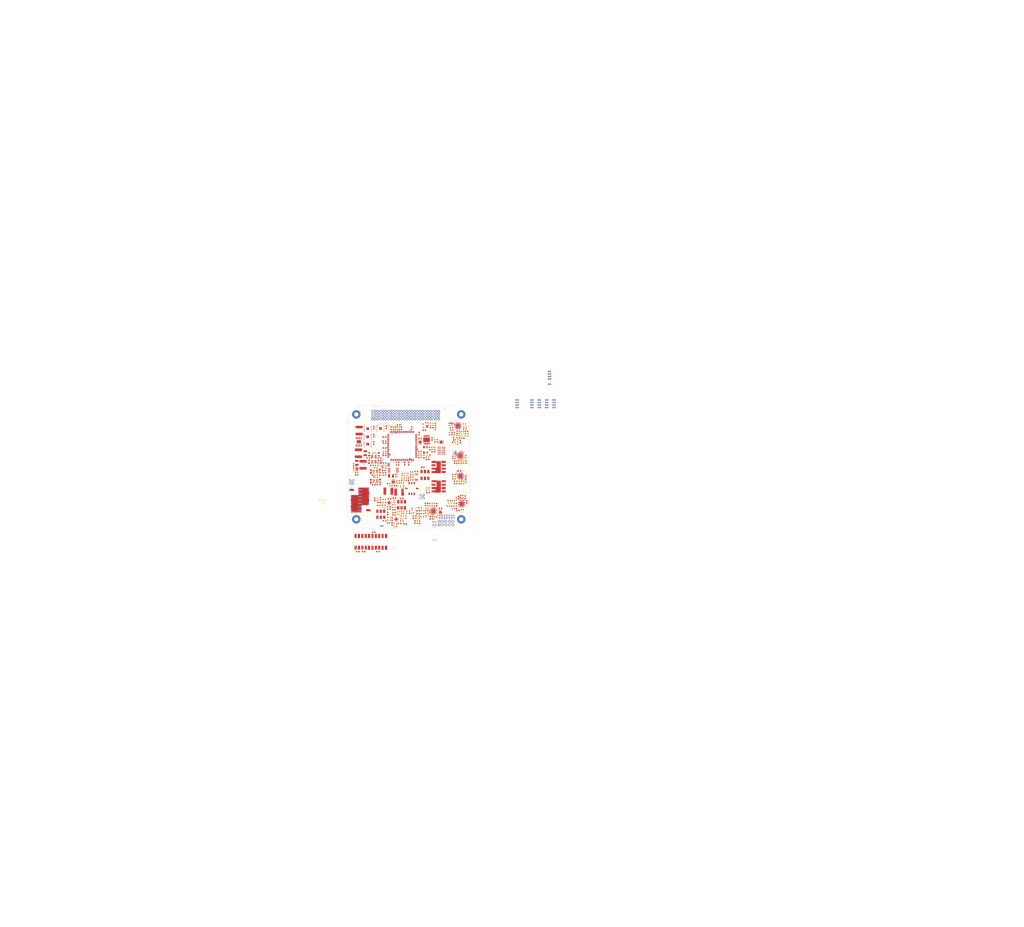
<source format=kicad_pcb>
(kicad_pcb (version 20221018) (generator pcbnew)
  (title_block (title "PacSat Alpha Board") (rev "0"))
  (layers (0 "F.Cu" signal "Top Components.Cu") (1 "In1.Cu" power "GND.Cu") (2 "In2.Cu" power "Signal 1 H.Cu") (3 "In3.Cu" signal "Signal 2 V.Cu") (4 "In4.Cu" signal "Power.Cu") (31 "B.Cu" signal "BackComponets.Cu") (34 "B.Paste" user) (35 "F.Paste" user) (36 "B.SilkS" user "B.Silkscreen") (37 "F.SilkS" user "F.Silkscreen") (38 "B.Mask" user) (39 "F.Mask" user) (44 "Edge.Cuts" user))
  (net 0 "")
  (net 1 "GND")
  (net 2 "+3.3V")
  (net 3 "+1V2")
  (net 4 "Net-(U26-CEXT)")
  (net 5 "Net-(C96-Pad1)")
  (net 6 "-2V BIAS")
  (net 7 "+5V")
  (net 8 "Net-(U28-X2)")
  (net 9 "Net-(U87-SS)")
  (net 10 "REG_3V3")
  (net 11 "REG_1V2")
  (net 12 "AX5043_3V3")
  (net 13 "SSPA_VCC")
  (net 14 "TX_OUT_DRV")
  (net 15 "Net-(C102-Pad2)")
  (net 16 "Net-(C103-Pad2)")
  (net 17 "Net-(U305-ANTP)")
  (net 18 "Port1+")
  (net 19 "Net-(U305-ANTN)")
  (net 20 "Port1-")
  (net 21 "Net-(U405-ANTP)")
  (net 22 "Port2+")
  (net 23 "Net-(U405-ANTN)")
  (net 24 "Net-(C104-Pad2)")
  (net 25 "Port2-")
  (net 26 "Net-(U505-ANTP)")
  (net 27 "Net-(U505-ANTN)")
  (net 28 "Net-(U107-P3)")
  (net 29 "Net-(U106-In)")
  (net 30 "Net-(U108-PDET)")
  (net 31 "Net-(C114-Pad1)")
  (net 32 "Net-(U28-X1)")
  (net 33 "Net-(U109-PDET)")
  (net 34 "Port4-")
  (net 35 "Net-(C118-Pad1)")
  (net 36 "Net-(C113-Pad1)")
  (net 37 "Net-(C117-Pad1)")
  (net 38 "Net-(C603-Pad1)")
  (net 39 "Net-(C152-Pad1)")
  (net 40 "Net-(C154-Pad1)")
  (net 41 "Net-(C155-Pad1)")
  (net 42 "Net-(U156-ANTP)")
  (net 43 "Net-(C157-Pad2)")
  (net 44 "Net-(U156-ANTN)")
  (net 45 "Net-(C158-Pad2)")
  (net 46 "Net-(C159-Pad1)")
  (net 47 "Net-(C160-Pad1)")
  (net 48 "Net-(D2-K)")
  (net 49 "Net-(D2-A)")
  (net 50 "Net-(U156-CLK16P)")
  (net 51 "Net-(D3-K)")
  (net 52 "Net-(U205-ANTP)")
  (net 53 "Net-(D3-A)")
  (net 54 "Net-(U205-ANTN)")
  (net 55 "Net-(C203-Pad1)")
  (net 56 "Net-(U205-CLK16P)")
  (net 57 "Net-(U305-CLK16P)")
  (net 58 "Port4+")
  (net 59 "Port3+")
  (net 60 "Net-(C402-Pad1)")
  (net 61 "Net-(C405-Pad1)")
  (net 62 "Net-(C409-Pad2)")
  (net 63 "UART_RX1")
  (net 64 "UART_TX1")
  (net 65 "EXP_EN_1")
  (net 66 "Net-(C410-Pad2)")
  (net 67 "Net-(C411-Pad1)")
  (net 68 "ATTACHED")
  (net 69 "I2C_SDA2")
  (net 70 "I2C_SCL2")
  (net 71 "ALERT_SIGNAL")
  (net 72 "FCODE_D0")
  (net 73 "FCODE_D3")
  (net 74 "FCODE_STROBE")
  (net 75 "CMD_MODE")
  (net 76 "Net-(C412-Pad1)")
  (net 77 "Net-(U405-CLK16P)")
  (net 78 "Net-(U305-L2)")
  (net 79 "Net-(U305-L1)")
  (net 80 "Net-(U405-L2)")
  (net 81 "Net-(U405-L1)")
  (net 82 "Net-(U505-L2)")
  (net 83 "Net-(U505-L1)")
  (net 84 "Net-(C502-Pad2)")
  (net 85 "Net-(C503-Pad2)")
  (net 86 "Net-(C505-Pad1)")
  (net 87 "Net-(U505-CLK16P)")
  (net 88 "Net-(AE601-A)")
  (net 89 "Net-(U601-G)")
  (net 90 "Net-(AE602-A)")
  (net 91 "VSYS")
  (net 92 "Net-(C602-Pad2)")
  (net 93 "Net-(U601-D)")
  (net 94 "PB_ENABLE")
  (net 95 "LIHU_L1")
  (net 96 "UART_TX2")
  (net 97 "UART_RX2")
  (net 98 "RTIHU_R0")
  (net 99 "LIHU_L0")
  (net 100 "RTIHU_R1")
  (net 101 "Net-(U110-P3)")
  (net 102 "Net-(C605-Pad2)")
  (net 103 "Net-(U604-OUT)")
  (net 104 "Net-(T601-AA)")
  (net 105 "Net-(U90-EN_N)")
  (net 107 "Net-(U2-N2HET1_11)")
  (net 108 "Net-(U51-RSTb)")
  (net 109 "Net-(R89-Pad1)")
  (net 110 "Net-(U94-SETI)")
  (net 111 "Net-(U92-ON)")
  (net 112 "Net-(U205-ANTP1)")
  (net 113 "Clock0")
  (net 114 "Net-(C303-Pad1)")
  (net 115 "Net-(C304-Pad1)")
  (net 116 "Net-(U305-ANTP1)")
  (net 117 "Clock1")
  (net 118 "Net-(U405-ANTP1)")
  (net 126 "Net-(C404-Pad1)")
  (net 133 "Clock2")
  (net 143 "Net-(C504-Pad1)")
  (net 150 "Clock3")
  (net 160 "Net-(C604-Pad1)")
  (net 163 "Net-(U405-GPADC1)")
  (net 164 "Net-(U405-GPADC2)")
  (net 173 "Net-(U505-ANTP1)")
  (net 176 "Net-(U505-GPADC1)")
  (net 177 "Net-(U505-GPADC2)")
  (net 180 "Clock4")
  (net 263 "AX5043_SEL_0")
  (net 264 "AX5043_IRQ")
  (net 265 "AX5043_SEL_1")
  (net 266 "AX5043_MOSI")
  (net 267 "AX5043_SEL_2")
  (net 268 "AX5043_MISO")
  (net 269 "AX5043_SEL_3")
  (net 270 "AX5043_CLK")
  (net 271 "AX5043_SEL_4")
  (net 272 "Net-(U205-L2)")
  (net 273 "Net-(U205-L1)")
  (net 274 "FAULT_N")
  (net 275 "Net-(J2-P10)")
  (net 276 "Net-(U2-nTRST)")
  (net 277 "Net-(D4-A)")
  (net 278 "VER_BIT3")
  (net 279 "VER_BIT2")
  (net 280 "VER_BIT1")
  (net 281 "VER_BIT0")
  (net 282 "Net-(U2-nPORRST)")
  (net 283 "I2C_SDA")
  (net 284 "I2C_SCL")
  (net 285 "Net-(U92-SETI)")
  (net 286 "Net-(U108-VBA1)")
  (net 287 "Net-(U108-VBA2)")
  (net 288 "SSPA_PDET_2")
  (net 289 "SSPA_PDET_1")
  (net 290 "Net-(U156-GPADC1)")
  (net 291 "Net-(U156-GPADC2)")
  (net 292 "Net-(U305-GPADC1)")
  (net 293 "Net-(U305-GPADC2)")
  (net 294 "Net-(L602-Pad1)")
  (net 295 "Net-(T601-SC)")
  (net 296 "Net-(U651-VC)")
  (net 297 "USB_Suspend_Low")
  (net 298 "UART_CTS")
  (net 299 "UART_RTS")
  (net 300 "AX5043_IRQ_RX1")
  (net 304 "AX5043_IRQ_RX4")
  (net 305 "AX5043_IRQ_RX3")
  (net 306 "Net-(U91-SETI)")
  (net 307 "PWR_SW_AX5043")
  (net 308 "PWR_FLAG_AX5043")
  (net 309 "PWR_SW_SSPA")
  (net 310 "PWR_FLAG_SSPA")
  (net 315 "Net-(U651-OUT)")
  (net 316 "Clock5")
  (net 317 "Net-(U110-P2)")
  (net 318 "Net-(U110-P1)")
  (net 319 "Net-(U108-RFIN)")
  (net 320 "Net-(L113-Pad1)")
  (net 321 "Net-(L114-Pad1)")
  (net 329 "Net-(U156-L1)")
  (net 330 "Net-(U156-L2)")
  (net 334 "Net-(D4-K)")
  (net 335 "Net-(J2-P6)")
  (net 336 "Net-(J2-P4)")
  (net 337 "Net-(J2-P2)")
  (net 338 "Net-(J2-P8)")
  (net 339 "Net-(J2-P7)")
  (net 340 "CON_RX")
  (net 341 "CON_TX")
  (net 342 "Net-(U87-LX)")
  (net 343 "Net-(U107-P1)")
  (net 344 "Net-(U107-P2)")
  (net 345 "Net-(U109-RFIN)")
  (net 346 "Net-(C204-Pad2)")
  (net 347 "WDO_N")
  (net 348 "Net-(U109-VBA1)")
  (net 349 "Net-(U109-VBA2)")
  (net 350 "MRAM_NCS3")
  (net 351 "MRAM_NCS2")
  (net 352 "MRAM_NCS1")
  (net 353 "DCAN1TX")
  (net 354 "DCAN1RX")
  (net 355 "MRAM_MOSI")
  (net 356 "MRAM_MISO")
  (net 357 "MRAM_CLK")
  (net 358 "MRAM_NCS0")
  (net 359 "ONEWIRE")
  (net 360 "FEED_WATCHDOG")
  (net 365 "HW_POWER_OFF_N")
  (net 366 "Net-(U111-OUT)")
  (net 381 "AX5043_IRQ_RX2")
  (net 383 "AX5043_IRQ_TX")
  (net 396 "Current Fault_1V2")
  (net 400 "Current Fault_3V3")
  (net 402 "CURRENT_FAULT_U89")
  (net 422 "Net-(U88-SS)")
  (net 423 "REG_5.0V")
  (net 424 "Net-(U86-OUT)")
  (net 425 "Net-(U88-LX)")
  (net 426 "Net-(U93-SETI)")
  (net 427 "Net-(U91-ON)")
  (net 428 "REG_5V_EN")
  (net 431 "Net-(D26-K)")
  (net 432 "Net-(D27-K)")
  (net 436 "/Rx_Power_Divider/S+")
  (net 437 "/Rx_Power_Divider/S-")
  (net 441 "Net-(J27-In)")
  (net 442 "Net-(U28-Vbat)")
  (net 443 "Net-(U28-VCC)")
  (net 444 "Net-(U87-IN)")
  (net 445 "Net-(U88-D1)")
  (net 446 "Net-(U108-VCC2)")
  (net 447 "Net-(U109-VCC2)")
  (net 448 "Net-(U651-VDD)")
  (net 449 "Net-(U652-1G)")
  (net 450 "Net-(U108-VCC1)")
  (net 451 "Net-(U109-VCC1)")
  (net 452 "Net-(U602-Vcc)")
  (net 453 "Net-(U88-INP)")
  (footprint "Capacitor_SMD:C_0603_1608Metric_Pad1.08x0.95mm_HandSolder" (layer "F.Cu") (at 203.7715 78.9305 90)
    (fp_text reference "C2")
    (fp_text value "100n")
  )
  (footprint "Capacitor_SMD:C_0603_1608Metric_Pad1.08x0.95mm_HandSolder" (layer "F.Cu") (at 185.928 74.93 90)
    (fp_text reference "C3")
    (fp_text value "100n")
  )
  (footprint "Capacitor_SMD:C_0603_1608Metric_Pad1.08x0.95mm_HandSolder" (layer "F.Cu") (at 177.673 95.504 180)
    (fp_text reference "C4")
    (fp_text value "100n")
  )
  (footprint "Capacitor_SMD:C_0603_1608Metric_Pad1.08x0.95mm_HandSolder" (layer "F.Cu") (at 195.961 101.6 -90)
    (fp_text reference "C5")
    (fp_text value "100n")
  )
  (footprint "Capacitor_SMD:C_0603_1608Metric_Pad1.08x0.95mm_HandSolder" (layer "F.Cu") (at 192.913 101.6 -90)
    (fp_text reference "C6")
    (fp_text value "100n")
  )
  (footprint "Capacitor_SMD:C_0603_1608Metric_Pad1.08x0.95mm_HandSolder" (layer "F.Cu") (at 177.673 81.534 180)
    (fp_text reference "C7")
    (fp_text value "100n")
  )
  (footprint "Capacitor_SMD:C_0603_1608Metric_Pad1.08x0.95mm_HandSolder" (layer "F.Cu") (at 177.673 86.106 180)
    (fp_text reference "C8")
    (fp_text value "100n")
  )
  (footprint "Capacitor_SMD:C_0603_1608Metric_Pad1.08x0.95mm_HandSolder" (layer "F.Cu") (at 177.673 89.789 180)
    (fp_text reference "C9")
    (fp_text value "100n")
  )
  (footprint "LED_SMD:LED_0603_1608Metric_Pad1.05x0.95mm_HandSolder" (layer "F.Cu") (at 187.452 74.93 90)
    (fp_text reference "D2")
    (fp_text value "RED")
  )
  (footprint "LED_SMD:LED_0603_1608Metric_Pad1.05x0.95mm_HandSolder" (layer "F.Cu") (at 188.976 74.93 90)
    (fp_text reference "D3")
    (fp_text value "YEL")
  )
  (footprint "Resistor_SMD:R_0603_1608Metric_Pad0.98x0.95mm_HandSolder" (layer "F.Cu") (at 204.343 92.329 180)
    (fp_text reference "R2")
    (fp_text value "3k3")
  )
  (footprint "Resistor_SMD:R_0603_1608Metric_Pad0.98x0.95mm_HandSolder" (layer "F.Cu") (at 204.343 93.853 180)
    (fp_text reference "R3")
    (fp_text value "3k3")
  )
  (footprint "PacSatDev_ti:TQFP-144_20x20mm_Pitch0.5mm" (layer "F.Cu") (at 191.008 88.265 -90)
    (fp_text reference "U2")
    (fp_text value "TMS570LS0914PGE")
  )
  (footprint "Capacitor_SMD:C_0805_2012Metric_Pad1.18x1.45mm_HandSolder" (layer "F.Cu") (at 165.989 100.208 -90)
    (fp_text reference "C98")
    (fp_text value "1u")
  )
  (footprint "Capacitor_SMD:C_0805_2012Metric_Pad1.18x1.45mm_HandSolder" (layer "F.Cu") (at 167.339 107.447 -90)
    (fp_text reference "C99")
    (fp_text value "1u")
  )
  (footprint "Capacitor_SMD:C_0603_1608Metric_Pad1.08x0.95mm_HandSolder" (layer "F.Cu") (at 199.39 141.859 90)
    (fp_text reference "C102")
    (fp_text value "4p3")
  )
  (footprint "Capacitor_SMD:C_0603_1608Metric_Pad1.08x0.95mm_HandSolder" (layer "F.Cu") (at 190.5 127.762)
    (fp_text reference "C106")
    (fp_text value "2200p")
  )
  (footprint "Capacitor_SMD:C_0603_1608Metric_Pad1.08x0.95mm_HandSolder" (layer "F.Cu") (at 190.801 143.129 180)
    (fp_text reference "C108")
    (fp_text value "1u")
  )
  (footprint "Capacitor_SMD:C_0603_1608Metric_Pad1.08x0.95mm_HandSolder" (layer "F.Cu") (at 181.911 135.001 -90)
    (fp_text reference "C109")
    (fp_text value "100p")
  )
  (footprint "Capacitor_SMD:C_0603_1608Metric_Pad1.08x0.95mm_HandSolder" (layer "F.Cu") (at 193.214 146.939 180)
    (fp_text reference "C110")
    (fp_text value "100p")
  )
  (footprint "Capacitor_SMD:C_0603_1608Metric_Pad1.08x0.95mm_HandSolder" (layer "F.Cu") (at 185.166 127.508)
    (fp_text reference "C111")
    (fp_text value "470p")
  )
  (footprint "PacSatDev_misc:MMCX" (layer "F.Cu") (at 206.121 126.492 -90)
    (fp_text reference "U106")
    (fp_text value "SMA")
  )
  (footprint "Resistor_SMD:R_0603_1608Metric_Pad0.98x0.95mm_HandSolder" (layer "F.Cu") (at 227.584 71.12 180)
    (fp_text reference "R402")
    (fp_text value "0R")
  )
  (footprint "PacSatDev_onsemi:QFN28" (layer "F.Cu") (at 234.966 110.932 90)
    (fp_text reference "U205")
    (fp_text value "AX5043" hide)
  )
  (footprint "PacSatDev_onsemi:QFN28" (layer "F.Cu") (at 234.823 95.5055 90)
    (fp_text reference "U305")
    (fp_text value "AX5043" hide)
  )
  (footprint "PacSatDev_misc:L_Murata_LQH2MCNxxxx02_2.0x1.6mm" (layer "F.Cu") (at 236.255 136.232873)
    (fp_text reference "L505")
    (fp_text value "0")
  )
  (footprint "Capacitor_SMD:C_0603_1608Metric_Pad1.08x0.95mm_HandSolder" (layer "F.Cu") (at 230.96 131.482 180)
    (fp_text reference "C502")
    (fp_text value "22p")
  )
  (footprint "Resistor_SMD:R_0603_1608Metric_Pad0.98x0.95mm_HandSolder" (layer "F.Cu") (at 177.6495 108.458 180)
    (fp_text reference "R92")
    (fp_text value "1K")
  )
  (footprint "Resistor_SMD:R_0603_1608Metric_Pad0.98x0.95mm_HandSolder" (layer "F.Cu") (at 177.157 134.5555 180)
    (fp_text reference "FB103")
    (fp_text value "FerriteBead")
  )
  (footprint "Capacitor_SMD:C_0603_1608Metric_Pad1.08x0.95mm_HandSolder" (layer "F.Cu") (at 235.625 115.819 -90)
    (fp_text reference "C202")
    (fp_text value "4p3")
  )
  (footprint "Capacitor_SMD:C_0603_1608Metric_Pad1.08x0.95mm_HandSolder" (layer "F.Cu") (at 184.1735 139.446 90)
    (fp_text reference "C112")
    (fp_text value "470p")
  )
  (footprint "Capacitor_SMD:C_0603_1608Metric_Pad1.08x0.95mm_HandSolder" (layer "F.Cu") (at 211.875 132.461 -90)
    (fp_text reference "C162")
    (fp_text value "10p")
  )
  (footprint "Capacitor_SMD:C_2220_5650Metric_Pad1.97x5.40mm_HandSolder" (layer "F.Cu") (at 158.115 93.777 -90)
    (fp_text reference "C91")
    (fp_text value "22u")
  )
  (footprint "Resistor_SMD:R_0603_1608Metric_Pad0.98x0.95mm_HandSolder" (layer "F.Cu") (at 171.831 103.002)
    (fp_text reference "R109")
    (fp_text value "0R")
  )
  (footprint "PacSatDev_misc:RF_SHIELD_PAD" (layer "F.Cu") (at 301.939 37.873)
    (fp_text reference "U504" hide)
    (fp_text value "RF_SHIELD_PAD")
  )
  (footprint "PacSatDev_everspin:MR2xH40_DFN_SmallFlag" (layer "F.Cu") (at 165.067 81.407 -90)
    (fp_text reference "U77")
    (fp_text value "MR25H40" hide)
  )
  (footprint "Capacitor_SMD:C_0603_1608Metric_Pad1.08x0.95mm_HandSolder" (layer "F.Cu") (at 210.058 98.425)
    (fp_text reference "C651")
    (fp_text value "0.1u")
  )
  (footprint "PacSatDev_misc:RF_SHIELD_PAD" (layer "F.Cu") (at 305.339 53.626)
    (fp_text reference "U401" hide)
    (fp_text value "RF_SHIELD_PAD")
  )
  (footprint "Capacitor_SMD:C_0805_2012Metric_Pad1.18x1.45mm_HandSolder" (layer "F.Cu") (at 174.197 107.32 90)
    (fp_text reference "C123")
    (fp_text value "1u")
  )
  (footprint "Resistor_SMD:R_0603_1608Metric_Pad0.98x0.95mm_HandSolder" (layer "F.Cu") (at 165.462 97.282 180)
    (fp_text reference "R93")
    (fp_text value "45k8 1%")
  )
  (footprint "Capacitor_SMD:C_0603_1608Metric_Pad1.08x0.95mm_HandSolder" (layer "F.Cu") (at 169.672 153.289)
    (fp_text reference "C51")
    (fp_text value "100n")
  )
  (footprint "Capacitor_SMD:C_0603_1608Metric_Pad1.08x0.95mm_HandSolder" (layer "F.Cu") (at 230.037 113.152)
    (fp_text reference "C206")
    (fp_text value "10p")
  )
  (footprint "Resistor_SMD:R_0603_1608Metric_Pad0.98x0.95mm_HandSolder" (layer "F.Cu") (at 182.753 74.93 90)
    (fp_text reference "R8")
    (fp_text value "3K")
  )
  (footprint "Capacitor_SMD:C_0603_1608Metric_Pad1.08x0.95mm_HandSolder" (layer "F.Cu") (at 232.196 115.692 -90)
    (fp_text reference "C203")
    (fp_text value "10n")
  )
  (footprint "Capacitor_SMD:C_0603_1608Metric_Pad1.08x0.95mm_HandSolder" (layer "F.Cu") (at 174.672 128.0425 90)
    (fp_text reference "C115")
    (fp_text value "3p9")
  )
  (footprint "PacSatDev_misc:RF_SHIELD_PAD" (layer "F.Cu") (at 294.259 59.293)
    (fp_text reference "U204" hide)
    (fp_text value "RF_SHIELD_PAD")
  )
  (footprint "Capacitor_SMD:C_0603_1608Metric_Pad1.08x0.95mm_HandSolder" (layer "F.Cu") (at 214.376 89.281)
    (fp_text reference "C652")
    (fp_text value "0.1u")
  )
  (footprint "Resistor_SMD:R_0603_1608Metric_Pad0.98x0.95mm_HandSolder" (layer "F.Cu") (at 187.96 114.427 180)
    (fp_text reference "R601")
    (fp_text value "5 Meg")
  )
  (footprint "Capacitor_SMD:C_2220_5650Metric_Pad1.97x5.40mm_HandSolder" (layer "F.Cu") (at 180.594 122.301)
    (fp_text reference "C95")
    (fp_text value "22u")
  )
  (footprint "Capacitor_SMD:C_0603_1608Metric_Pad1.08x0.95mm_HandSolder" (layer "F.Cu") (at 236.601 82.423)
    (fp_text reference "C403")
    (fp_text value "27p")
  )
  (footprint "Capacitor_SMD:C_0603_1608Metric_Pad1.08x0.95mm_HandSolder" (layer "F.Cu") (at 234.823 84.963 90)
    (fp_text reference "C401")
    (fp_text value "27p")
  )
  (footprint "PacSatDev_maxim:TDFN_T633_2" (layer "F.Cu") (at 204.597 85.344 90)
    (fp_text reference "U26")
    (fp_text value "DS28E83" hide)
  )
  (footprint "Capacitor_SMD:C_0603_1608Metric_Pad1.08x0.95mm_HandSolder" (layer "F.Cu") (at 235.434 100.3975 -90)
    (fp_text reference "C302")
    (fp_text value "4p3")
  )
  (footprint "Capacitor_SMD:C_0603_1608Metric_Pad1.08x0.95mm_HandSolder" (layer "F.Cu") (at 206.502 104.267 180)
    (fp_text reference "C607")
    (fp_text value "1u")
  )
  (footprint "Package_DFN_QFN:TDFN-10-1EP_2x3mm_P0.5mm_EP0.9x2mm" (layer "F.Cu") (at 209.8075 73.406)
    (fp_text reference "U28")
    (fp_text value "MAX31331")
  )
  (footprint "PacSatDev_MiniCircuits:BH292" (layer "F.Cu") (at 190.547 132.588 90)
    (fp_text reference "U107")
    (fp_text value "JPS-2-1W+")
  )
  (footprint "Resistor_SMD:R_0603_1608Metric_Pad0.98x0.95mm_HandSolder" (layer "F.Cu") (at 173.181 110.241)
    (fp_text reference "R98")
    (fp_text value "4.7k")
  )
  (footprint "Capacitor_SMD:C_0603_1608Metric_Pad1.08x0.95mm_HandSolder" (layer "F.Cu") (at 183.435 147.066 -90)
    (fp_text reference "C114")
    (fp_text value "1u")
  )
  (footprint "Resistor_SMD:R_0603_1608Metric_Pad0.98x0.95mm_HandSolder" (layer "F.Cu") (at 216.4635 83.48)
    (fp_text reference "R30")
    (fp_text value "4k7")
  )
  (footprint "PacSatDev_onsemi:QFN28" (layer "F.Cu") (at 232.999 73.144 90)
    (fp_text reference "U405")
    (fp_text value "AX5043" hide)
  )
  (footprint "Capacitor_SMD:C_0603_1608Metric_Pad1.08x0.95mm_HandSolder" (layer "F.Cu") (at 233.5 127.164 90)
    (fp_text reference "C506")
    (fp_text value "6.8p")
  )
  (footprint "amsat_misc:CUBESAT_MOUNT_HOLE" (layer "F.Cu") (at 234.95 143.51)
    (fp_text reference "H104" hide)
    (fp_text value "CUBESAT_MOUNT_HOLE" hide)
  )
  (footprint "Capacitor_SMD:C_0603_1608Metric_Pad1.08x0.95mm_HandSolder" (layer "F.Cu") (at 183.435 143.383 90)
    (fp_text reference "C116")
    (fp_text value "3p9")
  )
  (footprint "PacSatDev_misc:RF_SHIELD_PAD" (layer "F.Cu") (at 294.259 57.404)
    (fp_text reference "U203" hide)
    (fp_text value "RF_SHIELD_PAD")
  )
  (footprint "PacSatDev_misc:L_Murata_LQH2MCNxxxx02_2.0x1.6mm" (layer "F.Cu") (at 240.538 79.883 90)
    (fp_text reference "L403")
    (fp_text value "68n")
  )
  (footprint "Capacitor_SMD:C_0603_1608Metric_Pad1.08x0.95mm_HandSolder" (layer "F.Cu") (at 196.516 138.176 -90)
    (fp_text reference "C103")
    (fp_text value "5p6")
  )
  (footprint "Resistor_SMD:R_0603_1608Metric_Pad0.98x0.95mm_HandSolder" (layer "F.Cu") (at 177.1555 106.751)
    (fp_text reference "R90")
    (fp_text value "10k")
  )
  (footprint "Capacitor_SMD:C_0603_1608Metric_Pad1.08x0.95mm_HandSolder" (layer "F.Cu") (at 229.743 82.931 90)
    (fp_text reference "C405")
    (fp_text value "1p")
  )
  (footprint "PacSatDev_maxim:TDFN_T1033_1" (layer "F.Cu") (at 156.853 105.5685 90)
    (fp_text reference "U87")
    (fp_text value "MAX1556A" hide)
  )
  (footprint "Capacitor_SMD:C_0603_1608Metric_Pad1.08x0.95mm_HandSolder" (layer "F.Cu") (at 203.327 146.685 180)
    (fp_text reference "C152")
    (fp_text value "NS")
  )
  (footprint "Capacitor_SMD:C_0603_1608Metric_Pad1.08x0.95mm_HandSolder" (layer "F.Cu") (at 238.927 114.676 90)
    (fp_text reference "C204")
    (fp_text value "10n")
  )
  (footprint "Capacitor_SMD:C_0603_1608Metric_Pad1.08x0.95mm_HandSolder" (layer "F.Cu") (at 228.219 76.2 180)
    (fp_text reference "C413")
    (fp_text value "6.8p")
  )
  (footprint "Capacitor_SMD:C_0603_1608Metric_Pad1.08x0.95mm_HandSolder" (layer "F.Cu") (at 180.7415 146.304)
    (fp_text reference "C118")
    (fp_text value "4u7")
  )
  (footprint "PacSatDev_misc:L_Murata_LQH2MCNxxxx02_2.0x1.6mm" (layer "F.Cu") (at 198.374 113.792 180)
    (fp_text reference "L603")
    (fp_text value "120 nH")
  )
  (footprint "Capacitor_SMD:C_0603_1608Metric_Pad1.08x0.95mm_HandSolder" (layer "F.Cu") (at 157.48 109.3005 -90)
    (fp_text reference "C89")
    (fp_text value "1000p")
  )
  (footprint "PacSatDev_misc:RF_SHIELD_PAD" (layer "F.Cu") (at 299.799 59.293)
    (fp_text reference "U304" hide)
    (fp_text value "RF_SHIELD_PAD")
  )
  (footprint "PacSatDev_misc:L_Murata_LQH2MCNxxxx02_2.0x1.6mm" (layer "F.Cu") (at 232.791 86.067 90)
    (fp_text reference "L401")
    (fp_text value "30")
  )
  (footprint "Capacitor_SMD:C_0603_1608Metric_Pad1.08x0.95mm_HandSolder" (layer "F.Cu") (at 169.602354 80.529653 -90)
    (fp_text reference "C77")
    (fp_text value "100n")
  )
  (footprint "Resistor_SMD:R_0603_1608Metric_Pad0.98x0.95mm_HandSolder" (layer "F.Cu") (at 237.276 115.819 -90)
    (fp_text reference "R201")
    (fp_text value "50")
  )
  (footprint "Resistor_SMD:R_0603_1608Metric_Pad0.98x0.95mm_HandSolder" (layer "F.Cu") (at 171.3465 111.892)
    (fp_text reference "R110")
    (fp_text value "10K")
  )
  (footprint "Capacitor_SMD:C_0603_1608Metric_Pad1.08x0.95mm_HandSolder" (layer "F.Cu") (at 191.516 112.395)
    (fp_text reference "C603")
    (fp_text value "0.1 u")
  )
  (footprint "amsat_misc:CUBESAT_MOUNT_HOLE" (layer "F.Cu") (at 234.95 64.77)
    (fp_text reference "H103" hide)
    (fp_text value "CUBESAT_MOUNT_HOLE" hide)
  )
  (footprint "Resistor_SMD:R_0603_1608Metric_Pad0.98x0.95mm_HandSolder" (layer "F.Cu") (at 238.2285 75.565)
    (fp_text reference "R401")
    (fp_text value "50")
  )
  (footprint "Capacitor_SMD:C_0603_1608Metric_Pad1.08x0.95mm_HandSolder" (layer "F.Cu") (at 213.32 74.533)
    (fp_text reference "C29")
    (fp_text value "22u")
  )
  (footprint "Capacitor_SMD:C_0603_1608Metric_Pad1.08x0.95mm_HandSolder" (layer "F.Cu") (at 169.642268 74.442776 -90)
    (fp_text reference "C76")
    (fp_text value "100n")
  )
  (footprint "Capacitor_SMD:C_0603_1608Metric_Pad1.08x0.95mm_HandSolder" (layer "F.Cu") (at 203.112 139.319 180)
    (fp_text reference "C154")
    (fp_text value "5p1")
  )
  (footprint "PacSatDev_misc:L_Murata_LQH2MCNxxxx02_2.0x1.6mm" (layer "F.Cu") (at 229.436 135.546)
    (fp_text reference "L504")
    (fp_text value "68n")
  )
  (footprint "PacSatDev_misc:L_Murata_LQH2MCNxxxx02_2.0x1.6mm" (layer "F.Cu") (at 226.896 131.355)
    (fp_text reference "L501")
    (fp_text value "68n")
  )
  (footprint "PacSatDev_misc:L_Murata_LQH2MCNxxxx02_2.0x1.6mm" (layer "F.Cu") (at 206.248 141.605)
    (fp_text reference "L153")
    (fp_text value "27n")
  )
  (footprint "PacSatDev_misc:L_Murata_LQH2MCNxxxx02_2.0x1.6mm" (layer "F.Cu") (at 181.11 141.986 180)
    (fp_text reference "L114")
    (fp_text value "12n")
  )
  (footprint "Resistor_SMD:R_0603_1608Metric_Pad0.98x0.95mm_HandSolder" (layer "F.Cu") (at 173.228 117.48)
    (fp_text reference "R99")
    (fp_text value "4.7k")
  )
  (footprint "Capacitor_SMD:C_0603_1608Metric_Pad1.08x0.95mm_HandSolder" (layer "F.Cu") (at 179.113526 74.173365 -90)
    (fp_text reference "C79")
    (fp_text value "100n")
  )
  (footprint "PacSatDev_misc:RF_SHIELD_PAD" (layer "F.Cu") (at 301.939 32.206)
    (fp_text reference "U501" hide)
    (fp_text value "RF_SHIELD_PAD")
  )
  (footprint "Package_TO_SOT_SMD:SOT-23-6_Handsoldering" (layer "F.Cu") (at 169.7095 96.398)
    (fp_text reference "U91")
    (fp_text value "MAX4495_1")
  )
  (footprint "Resistor_SMD:R_0603_1608Metric_Pad0.98x0.95mm_HandSolder" (layer "F.Cu") (at 181.5535 128.016)
    (fp_text reference "R105")
    (fp_text value "0R")
  )
  (footprint "Capacitor_SMD:C_0603_1608Metric_Pad1.08x0.95mm_HandSolder" (layer "F.Cu") (at 180.133 139.065 90)
    (fp_text reference "C120")
    (fp_text value "10p")
  )
  (footprint "PacSatDev_onsemi:QFN28" (layer "F.Cu") (at 214.542 137.414)
    (fp_text reference "U156")
    (fp_text value "AX5043" hide)
  )
  (footprint "Capacitor_SMD:C_0603_1608Metric_Pad1.08x0.95mm_HandSolder" (layer "F.Cu") (at 239.723 130.466 -90)
    (fp_text reference "C508")
    (fp_text value "10n")
  )
  (footprint "Resistor_SMD:R_0603_1608Metric_Pad0.98x0.95mm_HandSolder" (layer "F.Cu") (at 204.343 97.028 180)
    (fp_text reference "R4")
    (fp_text value "3k3")
  )
  (footprint "Resistor_SMD:R_0603_1608Metric_Pad0.98x0.95mm_HandSolder" (layer "F.Cu") (at 210.439 119.888 180)
    (fp_text reference "R608")
    (fp_text value "2K")
  )
  (footprint "Resistor_SMD:R_0603_1608Metric_Pad0.98x0.95mm_HandSolder" (layer "F.Cu") (at 201.676 107.442 180)
    (fp_text reference "R605")
    (fp_text value "1K")
  )
  (footprint "Resistor_SMD:R_0603_1608Metric_Pad0.98x0.95mm_HandSolder" (layer "F.Cu") (at 230.037 109.723 180)
    (fp_text reference "R203")
    (fp_text value "0R")
  )
  (footprint "Capacitor_SMD:C_0805_2012Metric_Pad1.18x1.45mm_HandSolder" (layer "F.Cu") (at 166.1065 94.488 90)
    (fp_text reference "C97")
    (fp_text value "1u")
  )
  (footprint "RF_Mini-Circuits:Mini-Circuits_CD542_H2.84mm" (layer "F.Cu") (at 208.153 110.109 90)
    (fp_text reference "T601")
    (fp_text value "ADT4-1WT")
  )
  (footprint "PacSatDev_misc:L_Murata_LQH2MCNxxxx02_2.0x1.6mm" (layer "F.Cu") (at 185.809 146.939 180)
    (fp_text reference "L110")
    (fp_text value "12n")
  )
  (footprint "Capacitor_SMD:C_0603_1608Metric_Pad1.08x0.95mm_HandSolder" (layer "F.Cu") (at 214.034 142.367 -90)
    (fp_text reference "C160")
    (fp_text value "10n")
  )
  (footprint "Inductor_SMD:L_1210_3225Metric_Pad1.42x2.65mm_HandSolder" (layer "F.Cu") (at 156.869 100.984 90)
    (fp_text reference "L87")
    (fp_text value "3u3")
  )
  (footprint "Capacitor_SMD:C_0603_1608Metric_Pad1.08x0.95mm_HandSolder" (layer "F.Cu") (at 209.462 137.033 180)
    (fp_text reference "C157")
    (fp_text value "4p3")
  )
  (footprint "Capacitor_SMD:C_0603_1608Metric_Pad1.08x0.95mm_HandSolder" (layer "F.Cu") (at 239.395 77.216)
    (fp_text reference "C408")
    (fp_text value "10p")
  )
  (footprint "Resistor_SMD:R_0603_1608Metric_Pad0.98x0.95mm_HandSolder" (layer "F.Cu") (at 177.157 132.9045 180)
    (fp_text reference "FB101")
    (fp_text value "FerriteBead")
  )
  (footprint "Capacitor_SMD:C_0603_1608Metric_Pad1.08x0.95mm_HandSolder" (layer "F.Cu") (at 209.764 70.723 180)
    (fp_text reference "C30")
    (fp_text value "22u")
  )
  (footprint "Capacitor_SMD:C_0805_2012Metric_Pad1.18x1.45mm_HandSolder" (layer "F.Cu") (at 173.355 94.615 90)
    (fp_text reference "C121")
    (fp_text value "1u")
  )
  (footprint "Capacitor_SMD:C_2220_5650Metric_Pad1.97x5.40mm_HandSolder" (layer "F.Cu") (at 188.722 123.063)
    (fp_text reference "C93")
    (fp_text value "10u")
  )
  (footprint "PacSatDev_misc:L_Murata_LQH2MCNxxxx02_2.0x1.6mm" (layer "F.Cu") (at 203.327 144.78)
    (fp_text reference "L151")
    (fp_text value "0")
  )
  (footprint "Resistor_SMD:R_0603_1608Metric_Pad0.98x0.95mm_HandSolder" (layer "F.Cu") (at 230.037 111.501 180)
    (fp_text reference "R202")
    (fp_text value "0R")
  )
  (footprint "Package_DIP:DIP-20_W8.89mm_SMDSocket_LongPads" (layer "F.Cu") (at 167.386 160.528 90)
    (fp_text reference "U51")
    (fp_text value "~")
  )
  (footprint "Capacitor_SMD:C_0603_1608Metric_Pad1.08x0.95mm_HandSolder" (layer "F.Cu") (at 195.834 113.284 90)
    (fp_text reference "C605")
    (fp_text value "2.2 n")
  )
  (footprint "Resistor_SMD:R_0603_1608Metric_Pad0.98x0.95mm_HandSolder" (layer "F.Cu") (at 210.439 121.666)
    (fp_text reference "R607")
    (fp_text value "3K")
  )
  (footprint "PacSatDev_misc:L_Murata_LQH2MCNxxxx02_2.0x1.6mm" (layer "F.Cu") (at 198.802 138.811 180)
    (fp_text reference "L102")
    (fp_text value "43n")
  )
  (footprint "PacSatDev_misc:L_Murata_LQH2MCNxxxx02_2.0x1.6mm" (layer "F.Cu") (at 225.88 133.641)
    (fp_text reference "L502")
    (fp_text value "68n")
  )
  (footprint "Resistor_SMD:R_0603_1608Metric_Pad0.98x0.95mm_HandSolder" (layer "F.Cu") (at 213.32 72.882)
    (fp_text reference "R29")
    (fp_text value "4k7")
  )
  (footprint "PacSatDev_misc:L_Murata_LQH2MCNxxxx02_2.0x1.6mm" (layer "F.Cu") (at 177.538 130.8725 180)
    (fp_text reference "L109")
    (fp_text value "12n")
  )
  (footprint "Package_TO_SOT_SMD:SOT-23-6_Handsoldering" (layer "F.Cu") (at 169.592 100.269)
    (fp_text reference "U92")
    (fp_text value "MAX4495_1")
  )
  (footprint "Resistor_SMD:R_0603_1608Metric_Pad0.98x0.95mm_HandSolder" (layer "F.Cu") (at 210.947 95.123)
    (fp_text reference "R652")
    (fp_text value "10K")
  )
  (footprint "Resistor_SMD:R_0603_1608Metric_Pad0.98x0.95mm_HandSolder" (layer "F.Cu") (at 238.101 101.1595)
    (fp_text reference "R301")
    (fp_text value "50")
  )
  (footprint "Capacitor_SMD:C_0603_1608Metric_Pad1.08x0.95mm_HandSolder" (layer "F.Cu") (at 230.251 78.994 -90)
    (fp_text reference "C411")
    (fp_text value "10n")
  )
  (footprint "Resistor_SMD:R_0603_1608Metric_Pad0.98x0.95mm_HandSolder" (layer "F.Cu") (at 180.133 135.001 90)
    (fp_text reference "R103")
    (fp_text value "1k5")
  )
  (footprint "Resistor_SMD:R_0603_1608Metric_Pad0.98x0.95mm_HandSolder" (layer "F.Cu") (at 216.4635 85.258)
    (fp_text reference "R31")
    (fp_text value "4k7")
  )
  (footprint "PacSatDev_misc:L_Murata_LQH2MCNxxxx02_2.0x1.6mm" (layer "F.Cu") (at 193.849 141.859 90)
    (fp_text reference "L106")
    (fp_text value "18n")
  )
  (footprint "Capacitor_SMD:C_0603_1608Metric_Pad1.08x0.95mm_HandSolder" (layer "F.Cu") (at 233.656 100.3975 -90)
    (fp_text reference "C301")
    (fp_text value "4p3")
  )
  (footprint "PacSatDev_misc:TB-471" (layer "F.Cu") (at 192.1129 119.25935 90)
    (fp_text reference "U601")
    (fp_text value "SAV-331+")
  )
  (footprint "PacSatDev_misc:RF_SHIELD_PAD" (layer "F.Cu") (at 301.939 34.095)
    (fp_text reference "U502" hide)
    (fp_text value "RF_SHIELD_PAD")
  )
  (footprint "Resistor_SMD:R_0603_1608Metric_Pad0.98x0.95mm_HandSolder" (layer "F.Cu") (at 177.814 101.544 180)
    (fp_text reference "R91")
    (fp_text value "10k")
  )
  (footprint "Capacitor_SMD:C_0603_1608Metric_Pad1.08x0.95mm_HandSolder" (layer "F.Cu") (at 238.252 73.914)
    (fp_text reference "C412")
    (fp_text value "10n")
  )
  (footprint "Resistor_SMD:R_0603_1608Metric_Pad0.98x0.95mm_HandSolder" (layer "F.Cu") (at 177.673 84.582)
    (fp_text reference "R13")
    (fp_text value "3k3")
  )
  (footprint "PacSatDev_misc:L_Murata_LQH2MCNxxxx02_2.0x1.6mm" (layer "F.Cu") (at 181.149 144.272 180)
    (fp_text reference "L112")
    (fp_text value "3n9")
  )
  (footprint "PacSatDev_misc:RF_SHIELD_PAD" (layer "F.Cu") (at 299.799 55.515)
    (fp_text reference "U302" hide)
    (fp_text value "RF_SHIELD_PAD")
  )
  (footprint "PacSatDev_everspin:MR2xH40_DFN_SmallFlag" (layer "F.Cu") (at 165.067 75.307 -90)
    (fp_text reference "U76")
    (fp_text value "MR25H40" hide)
  )
  (footprint "Capacitor_SMD:C_0603_1608Metric_Pad1.08x0.95mm_HandSolder" (layer "F.Cu") (at 209.335 133.096 180)
    (fp_text reference "C159")
    (fp_text value "10n")
  )
  (footprint "PacSatDev_misc:L_Murata_LQH2MCNxxxx02_2.0x1.6mm" (layer "F.Cu") (at 206.287 137.033)
    (fp_text reference "L154")
    (fp_text value "43n")
  )
  (footprint "PacSatDev_misc:RF_SHIELD_PAD" (layer "F.Cu") (at 294.259 53.626)
    (fp_text reference "U201" hide)
    (fp_text value "RF_SHIELD_PAD")
  )
  (footprint "Capacitor_SMD:C_0603_1608Metric_Pad1.08x0.95mm_HandSolder" (layer "F.Cu") (at 229.182 133.514 180)
    (fp_text reference "C503")
    (fp_text value "22p")
  )
  (footprint "Diode_SMD:D_0603_1608Metric" (layer "F.Cu") (at 215.987 75.1425 -90)
    (fp_text reference "D27")
    (fp_text value "RB521CS30L,315 ")
  )
  (footprint "Capacitor_SMD:C_0603_1608Metric_Pad1.08x0.95mm_HandSolder" (layer "F.Cu") (at 210.439 123.444)
    (fp_text reference "C606")
    (fp_text value "1u")
  )
  (footprint "Capacitor_SMD:C_0603_1608Metric_Pad1.08x0.95mm_HandSolder" (layer "F.Cu") (at 197.485 110.871 90)
    (fp_text reference "C604")
    (fp_text value "0.1 u")
  )
  (footprint "Capacitor_SMD:C_0603_1608Metric_Pad1.08x0.95mm_HandSolder" (layer "F.Cu") (at 214.376 90.9785)
    (fp_text reference "C653")
    (fp_text value "0.1u")
  )
  (footprint "Capacitor_SMD:C_0603_1608Metric_Pad1.08x0.95mm_HandSolder" (layer "F.Cu") (at 238.506 79.756 90)
    (fp_text reference "C406")
    (fp_text value "5p6")
  )
  (footprint "Capacitor_SMD:C_0603_1608Metric_Pad1.08x0.95mm_HandSolder" (layer "F.Cu") (at 154.432 102.4425 90)
    (fp_text reference "C92")
    (fp_text value "10u")
  )
  (footprint "Capacitor_SMD:C_0603_1608Metric_Pad1.08x0.95mm_HandSolder" (layer "F.Cu") (at 217.082 132.486731 90)
    (fp_text reference "C163")
    (fp_text value "10n")
  )
  (footprint "PacSatDev_misc:L_Murata_LQH2MCNxxxx02_2.0x1.6mm" (layer "F.Cu") (at 194.357 138.176 90)
    (fp_text reference "U105")
    (fp_text value "4n7")
  )
  (footprint "amsat_misc:CUBESAT_MOUNT_HOLE" (layer "F.Cu") (at 157.48 143.51)
    (fp_text reference "H102" hide)
    (fp_text value "CUBESAT_MOUNT_HOLE" hide)
  )
  (footprint "Package_TO_SOT_SMD:SOT-363_SC-70-6" (layer "F.Cu") (at 195.072 109.855 90)
    (fp_text reference "U602")
    (fp_text value "TSY-13LNB")
  )
  (footprint "amsat_misc:L_Murata_LQH2MCNxxxx02_2.0x1.6mm" (layer "F.Cu") (at 191.223 116.078 180)
    (fp_text reference "L601")
    (fp_text value "620nH")
  )
  (footprint "Jumper:SolderJumper-2_P1.3mm_Open_RoundedPad1.0x1.5mm" (layer "F.Cu") (at 180.848 102.474 -90)
    (fp_text reference "JP86")
    (fp_text value "Disable Watchdog")
  )
  (footprint "Capacitor_SMD:C_0603_1608Metric_Pad1.08x0.95mm_HandSolder" (layer "F.Cu") (at 235.151 126.529 -90)
    (fp_text reference "C507")
    (fp_text value "10p")
  )
  (footprint "Resistor_SMD:R_0603_1608Metric_Pad0.98x0.95mm_HandSolder" (layer "F.Cu") (at 185.721 139.446 -90)
    (fp_text reference "R106")
    (fp_text value "0R")
  )
  (footprint "Resistor_SMD:R_0603_1608Metric_Pad0.98x0.95mm_HandSolder" (layer "F.Cu") (at 186.102 148.971 180)
    (fp_text reference "FB102")
    (fp_text value "FerriteBead")
  )
  (footprint "Package_TO_SOT_SMD:SOT-23-6_Handsoldering" (layer "F.Cu") (at 170.815 107.447)
    (fp_text reference "U93")
    (fp_text value "MAX4495_1")
  )
  (footprint "PacSatDev_misc:L_Murata_LQH2MCNxxxx02_2.0x1.6mm" (layer "F.Cu") (at 172.458 128.4595 -90)
    (fp_text reference "L111")
    (fp_text value "3n9")
  )
  (footprint "Resistor_SMD:R_0603_1608Metric_Pad0.98x0.95mm_HandSolder" (layer "F.Cu") (at 169.6485 117.48)
    (fp_text reference "R96")
    (fp_text value "45k8 1%")
  )
  (footprint "PacSatDev_maxim:TDFN_T833_2" (layer "F.Cu") (at 219.79 138.225 90)
    (fp_text reference "U29")
    (fp_text value "MAX31725" hide)
  )
  (footprint "PacSatDev_misc:RF_SHIELD_PAD" (layer "F.Cu") (at 301.939 35.984)
    (fp_text reference "U503" hide)
    (fp_text value "RF_SHIELD_PAD")
  )
  (footprint "Package_SO:HTSSOP-14-1EP_4.4x5mm_P0.65mm_EP3.4x5mm_Mask3x3.1mm" (layer "F.Cu") (at 209.378 83.6345 90)
    (fp_text reference "U652")
    (fp_text value "CDCLVC1106")
  )
  (footprint "Resistor_SMD:R_0603_1608Metric_Pad0.98x0.95mm_HandSolder" (layer "F.Cu") (at 173.8865 99.192 180)
    (fp_text reference "R107")
    (fp_text value "10K")
  )
  (footprint "Capacitor_SMD:C_0805_2012Metric_Pad1.18x1.45mm_HandSolder" (layer "F.Cu") (at 167.386 114.813 -90)
    (fp_text reference "C100")
    (fp_text value "1u")
  )
  (footprint "Capacitor_SMD:C_0603_1608Metric_Pad1.08x0.95mm_HandSolder" (layer "F.Cu") (at 169.555526 85.997488 -90)
    (fp_text reference "C78")
    (fp_text value "100n")
  )
  (footprint "Capacitor_SMD:C_0603_1608Metric_Pad1.08x0.95mm_HandSolder" (layer "F.Cu") (at 233.974 115.819 -90)
    (fp_text reference "C201")
    (fp_text value "4p3")
  )
  (footprint "Resistor_SMD:R_0603_1608Metric_Pad0.98x0.95mm_HandSolder" (layer "F.Cu") (at 207.391 96.139 90)
    (fp_text reference "FB651")
    (fp_text value "FerriteBead_Small")
  )
  (footprint "Misc1:AMSAT_Conn_04_28" (layer "F.Cu") (at 168.66 68.04)
    (fp_text reference "J651")
    (fp_text value "Conn_04x28_Pin")
  )
  (footprint "Capacitor_SMD:C_0603_1608Metric_Pad1.08x0.95mm_HandSolder" (layer "F.Cu") (at 232.037 100.3975 -90)
    (fp_text reference "C303")
    (fp_text value "10n")
  )
  (footprint "PacSatDev_misc:RF_SHIELD_PAD" (layer "F.Cu") (at 277.529 53.626)
    (fp_text reference "U101" hide)
    (fp_text value "RF_SHIELD_PAD")
  )
  (footprint "PacSatDev_misc:RF_SHIELD_PAD" (layer "F.Cu") (at 305.339 57.404)
    (fp_text reference "U403" hide)
    (fp_text value "RF_SHIELD_PAD")
  )
  (footprint "PacSatDev_murata:L_0603" (layer "F.Cu") (at 198.294 135.89 90)
    (fp_text reference "L101")
    (fp_text value "100n")
  )
  (footprint "Capacitor_SMD:C_0603_1608Metric_Pad1.08x0.95mm_HandSolder" (layer "F.Cu") (at 228.219 74.549 180)
    (fp_text reference "C414")
    (fp_text value "10p")
  )
  (footprint "Capacitor_SMD:C_0603_1608Metric_Pad1.08x0.95mm_HandSolder" (layer "F.Cu") (at 203.112 137.033 180)
    (fp_text reference "C155")
    (fp_text value "11p")
  )
  (footprint "LED_SMD:LED_0603_1608Metric_Pad1.05x0.95mm_HandSolder" (layer "F.Cu") (at 184.404 74.93 90)
    (fp_text reference "D4")
    (fp_text value "GRN")
  )
  (footprint "Resistor_SMD:R_0603_1608Metric_Pad0.98x0.95mm_HandSolder" (layer "F.Cu") (at 211.751896 90.244048 90)
    (fp_text reference "FB652")
    (fp_text value "FerriteBead_Small")
  )
  (footprint "PacSatDev_misc:L_Murata_LQH2MCNxxxx02_2.0x1.6mm" (layer "F.Cu") (at 209.843 140.716)
    (fp_text reference "L156")
    (fp_text value "100n")
  )
  (footprint "Capacitor_SMD:C_0603_1608Metric_Pad1.08x0.95mm_HandSolder" (layer "F.Cu") (at 204.597 82.5525)
    (fp_text reference "C28")
    (fp_text value "470n")
  )
  (footprint "Capacitor_SMD:C_0603_1608Metric_Pad1.08x0.95mm_HandSolder" (layer "F.Cu") (at 234.101 107.0825)
    (fp_text reference "C207")
    (fp_text value "10n")
  )
  (footprint "Inductor_SMD:L_1210_3225Metric_Pad1.42x2.65mm_HandSolder" (layer "F.Cu") (at 182.626 110.744 180)
    (fp_text reference "L88")
    (fp_text value "3u3")
  )
  (footprint "RF_Mini-Circuits:Mini-Circuits_GP731" (layer "F.Cu") (at 198.247 120.269 -90)
    (fp_text reference "U603")
    (fp_text value "RBP-140+")
  )
  (footprint "Resistor_SMD:R_0603_1608Metric_Pad0.98x0.95mm_HandSolder" (layer "F.Cu") (at 177.673 93.98)
    (fp_text reference "R11")
    (fp_text value "1k")
  )
  (footprint "Capacitor_SMD:C_0603_1608Metric_Pad1.08x0.95mm_HandSolder" (layer "F.Cu") (at 200.66 145.669 -90)
    (fp_text reference "C151")
    (fp_text value "NS")
  )
  (footprint "PacSatDev_misc:L_Murata_LQH2MCNxxxx02_2.0x1.6mm" (layer "F.Cu") (at 177.505 128.524 180)
    (fp_text reference "L113")
    (fp_text value "12n")
  )
  (footprint "Resistor_SMD:R_0603_1608Metric_Pad0.98x0.95mm_HandSolder" (layer "F.Cu") (at 177.847 144.653)
    (fp_text reference "FB104")
    (fp_text value "FerriteBead")
  )
  (footprint "Capacitor_SMD:C_0603_1608Metric_Pad1.08x0.95mm_HandSolder" (layer "F.Cu") (at 173.601 130.8725 180)
    (fp_text reference "C119")
    (fp_text value "10p")
  )
  (footprint "Resistor_SMD:R_0603_1608Metric_Pad0.98x0.95mm_HandSolder" (layer "F.Cu") (at 180.8715 116.625)
    (fp_text reference "R87")
    (fp_text value "0R")
  )
  (footprint "Capacitor_SMD:C_2220_5650Metric_Pad1.97x5.40mm_HandSolder" (layer "F.Cu") (at 158.623 76.6615 90)
    (fp_text reference "C88")
    (fp_text value "10u")
  )
  (footprint "Resistor_SMD:R_0603_1608Metric_Pad0.98x0.95mm_HandSolder" (layer "F.Cu") (at 177.673 92.456)
    (fp_text reference "R12")
    (fp_text value "1k")
  )
  (footprint "PacSatDev_nxp:QFN12" (layer "F.Cu") (at 186.563 143.4785 180)
    (fp_text reference "U109")
    (fp_text value "MMZ09312BT1" hide)
  )
  (footprint "PacSatDev_misc:RF_SHIELD_PAD" (layer "F.Cu") (at 299.799 57.404)
    (fp_text reference "U303" hide)
    (fp_text value "RF_SHIELD_PAD")
  )
  (footprint "Resistor_SMD:R_0603_1608Metric_Pad0.98x0.95mm_HandSolder" (layer "F.Cu") (at 169.625 110.241)
    (fp_text reference "R95")
    (fp_text value "143k 1%")
  )
  (footprint "Crystal:Crystal_AT310_D3.0mm_L10.0mm_Horizontal" (layer "F.Cu") (at 206.883 71.755 -90)
    (fp_text reference "Y26")
    (fp_text value "32.768 kHz")
  )
  (footprint "amsat_misc:CUBESAT_MOUNT_HOLE" (layer "F.Cu") (at 157.48 64.77)
    (fp_text reference "H101" hide)
    (fp_text value "CUBESAT_MOUNT_HOLE" hide)
  )
  (footprint "Package_TO_SOT_SMD:SOT-23-5" (layer "F.Cu") (at 177.433 104.145)
    (fp_text reference "U90")
    (fp_text value "STWD100NYWY3F")
  )
  (footprint "RF_Mini-Circuits:Mini-Circuits_HF1139_LandPatternPL-230" (layer "F.Cu") (at 159.258 129.032 180)
    (fp_text reference "U111")
    (fp_text value "SXBP-425+")
  )
  (footprint "PacSatDev_samtec:FTSH-105-01-L-DV-K" (layer "F.Cu") (at 220.599 91.821 90)
    (fp_text reference "J2")
    (fp_text value "CONN_02X05")
  )
  (footprint "Resistor_SMD:R_0603_1608Metric_Pad0.98x0.95mm_HandSolder" (layer "F.Cu") (at 170.1705 93.67)
    (fp_text reference "R100")
    (fp_text value "10K")
  )
  (footprint "PacSatDev_misc:RF_SHIELD_PAD" (layer "F.Cu") (at 288.719 57.404)
    (fp_text reference "U153" hide)
    (fp_text value "RF_SHIELD_PAD")
  )
  (footprint "Resistor_SMD:R_0603_1608Metric_Pad0.98x0.95mm_HandSolder" (layer "F.Cu") (at 188.341 101.6 90)
    (fp_text reference "R9")
    (fp_text value "1k")
  )
  (footprint "Resistor_SMD:R_0603_1608Metric_Pad0.98x0.95mm_HandSolder" (layer "F.Cu") (at 189.15 146.685 180)
    (fp_text reference "R104")
    (fp_text value "1k5")
  )
  (footprint "Resistor_SMD:R_0603_1608Metric_Pad0.98x0.95mm_HandSolder" (layer "F.Cu") (at 190.801 144.78)
    (fp_text reference "R102")
    (fp_text value "330R")
  )
  (footprint "PacSatDev_misc:RF_SHIELD_PAD" (layer "F.Cu") (at 175.561 148.463 180)
    (fp_text reference "AE601" hide)
    (fp_text value "Antenna")
  )
  (footprint "PacSatDev_misc:L_Murata_LQH2MCNxxxx02_2.0x1.6mm" (layer "F.Cu") (at 229.69 129.577 180)
    (fp_text reference "L503")
    (fp_text value "68n")
  )
  (footprint "PacSatDev_misc:RF_SHIELD_PAD" (layer "F.Cu") (at 305.339 55.515)
    (fp_text reference "U402" hide)
    (fp_text value "RF_SHIELD_PAD")
  )
  (footprint "Resistor_SMD:R_0603_1608Metric_Pad0.98x0.95mm_HandSolder" (layer "F.Cu") (at 227.584 72.771 180)
    (fp_text reference "R403")
    (fp_text value "0R")
  )
  (footprint "PacSatDev_nxp:QFN12" (layer "F.Cu") (at 181.149 131.064 90)
    (fp_text reference "U108")
    (fp_text value "MMZ09312BT1" hide)
  )
  (footprint "PacSatDev_misc:L_Murata_LQH2MCNxxxx02_2.0x1.6mm" (layer "F.Cu") (at 236.22 77.47 180)
    (fp_text reference "L406")
    (fp_text value "150n")
  )
  (footprint "PacSatDev_misc:RF_SHIELD_PAD" (layer "F.Cu") (at 301.939 41.756)
    (fp_text reference "AE602" hide)
    (fp_text value "Antenna")
  )
  (footprint "Capacitor_SMD:C_0603_1608Metric_Pad1.08x0.95mm_HandSolder" (layer "F.Cu") (at 190.547 138.176 -90)
    (fp_text reference "C105")
    (fp_text value "NS")
  )
  (footprint "Capacitor_SMD:C_2220_5650Metric_Pad1.97x5.40mm_HandSolder" (layer "F.Cu") (at 161.544 102.4425 -90)
    (fp_text reference "C94")
    (fp_text value "22u")
  )
  (footprint "PacSatDev_misc:L_Murata_LQH2MCNxxxx02_2.0x1.6mm" (layer "F.Cu") (at 216.193 141.986)
    (fp_text reference "L158")
    (fp_text value "0")
  )
  (footprint "Capacitor_SMD:C_0603_1608Metric_Pad1.08x0.95mm_HandSolder" (layer "F.Cu") (at 201.295 141.859 -90)
    (fp_text reference "C153")
    (fp_text value "NS")
  )
  (footprint "Capacitor_SMD:C_0603_1608Metric_Pad1.08x0.95mm_HandSolder" (layer "F.Cu") (at 177.673 110.236 180)
    (fp_text reference "C96")
    (fp_text value "10u")
  )
  (footprint "PacSatDev_misc:L_Murata_LQH2MCNxxxx02_2.0x1.6mm" (layer "F.Cu") (at 204.509 134.747)
    (fp_text reference "L152")
    (fp_text value "27n")
  )
  (footprint "Capacitor_SMD:C_0603_1608Metric_Pad1.08x0.95mm_HandSolder" (layer "F.Cu") (at 209.462 138.811 180)
    (fp_text reference "C158")
    (fp_text value "4p3")
  )
  (footprint "Capacitor_SMD:C_0603_1608Metric_Pad1.08x0.95mm_HandSolder" (layer "F.Cu") (at 232.41 77.978 -90)
    (fp_text reference "C409")
    (fp_text value "4p3")
  )
  (footprint "amsat_misc:L_Murata_LQH2MCNxxxx02_2.0x1.6mm" (layer "F.Cu") (at 238.99 96.2065 90)
    (fp_text reference "L301")
    (fp_text value "0")
  )
  (footprint "PacSatDev_misc:L_Murata_LQH2MCNxxxx02_2.0x1.6mm" (layer "F.Cu") (at 198.12 107.823 180)
    (fp_text reference "L602")
    (fp_text value "120 nH")
  )
  (footprint "PacSatDev_maxim:TDFN_T833_2" (layer "F.Cu") (at 220.3475 85.344)
    (fp_text reference "U30")
    (fp_text value "MAX31725" hide)
  )
  (footprint "Capacitor_SMD:C_0805_2012Metric_Pad1.18x1.45mm_HandSolder" (layer "F.Cu") (at 173.99 101.097 180)
    (fp_text reference "C122")
    (fp_text value "1u")
  )
  (footprint "PacSatDev_misc:L_Murata_LQH2MCNxxxx02_2.0x1.6mm" (layer "F.Cu") (at 184.832 132.461 180)
    (fp_text reference "L107")
    (fp_text value "1n2")
  )
  (footprint "PacSatDev_MiniCircuits:CJ725" (layer "F.Cu") (at 218.454568 104.101804)
    (fp_text reference "PS601")
    (fp_text value "AD4PS+1")
  )
  (footprint "Inductor_SMD:L_1210_3225Metric_Pad1.42x2.65mm_HandSolder" (layer "F.Cu") (at 163.195 93.767 -90)
    (fp_text reference "L86")
    (fp_text value "3u3")
  )
  (footprint "Resistor_SMD:R_0603_1608Metric_Pad0.98x0.95mm_HandSolder" (layer "F.Cu") (at 186.69 101.6 90)
    (fp_text reference "R10")
    (fp_text value "1k")
  )
  (footprint "PacSatDev_misc:RF_SHIELD_PAD" (layer "F.Cu") (at 288.719 53.626)
    (fp_text reference "U151" hide)
    (fp_text value "RF_SHIELD_PAD")
  )
  (footprint "PacSatDev_misc:RF_SHIELD_PAD" (layer "F.Cu") (at 288.719 59.293)
    (fp_text reference "U154" hide)
    (fp_text value "RF_SHIELD_PAD")
  )
  (footprint "Resistor_SMD:R_0603_1608Metric_Pad0.98x0.95mm_HandSolder" (layer "F.Cu") (at 238.453 126.91 90)
    (fp_text reference "R502")
    (fp_text value "0R")
  )
  (footprint "PacSatDev_misc:L_Murata_LQH2MCNxxxx02_2.0x1.6mm" (layer "F.Cu") (at 206.287 139.319)
    (fp_text reference "L155")
    (fp_text value "43n")
  )
  (footprint "Capacitor_SMD:C_0603_1608Metric_Pad1.08x0.95mm_HandSolder" (layer "F.Cu") (at 209.335 131.445)
    (fp_text reference "C161")
    (fp_text value "6.8p")
  )
  (footprint "Resistor_SMD:R_0603_1608Metric_Pad0.98x0.95mm_HandSolder" (layer "F.Cu") (at 173.9805 97.353)
    (fp_text reference "R108")
    (fp_text value "0R")
  )
  (footprint "Resistor_SMD:R_0603_1608Metric_Pad0.98x0.95mm_HandSolder" (layer "F.Cu") (at 184.705 134.62)
    (fp_text reference "R101")
    (fp_text value "330R")
  )
  (footprint "PacSatDev_misc:MMCX" (layer "F.Cu") (at 153.035 115.316 180)
    (fp_text reference "U112")
    (fp_text value "SMA")
  )
  (footprint "Resistor_SMD:R_0603_1608Metric_Pad0.98x0.95mm_HandSolder" (layer "F.Cu") (at 172.72 167.894)
    (fp_text reference "R51")
    (fp_text value "3k3")
  )
  (footprint "Capacitor_SMD:C_0603_1608Metric_Pad1.08x0.95mm_HandSolder" (layer "F.Cu") (at 214.376 92.6295)
    (fp_text reference "C654")
    (fp_text value "0.1u")
  )
  (footprint "Capacitor_SMD:C_0603_1608Metric_Pad1.08x0.95mm_HandSolder" (layer "F.Cu") (at 213.4995 82.8795 -90)
    (fp_text reference "C32")
    (fp_text value "100n")
  )
  (footprint "Capacitor_SMD:C_0603_1608Metric_Pad1.08x0.95mm_HandSolder" (layer "F.Cu") (at 204.001 141.859 -90)
    (fp_text reference "C156")
    (fp_text value "5p6")
  )
  (footprint "Capacitor_SMD:C_0603_1608Metric_Pad1.08x0.95mm_HandSolder" (layer "F.Cu") (at 233.08 136.943 180)
    (fp_text reference "C505")
    (fp_text value "10n")
  )
  (footprint "PacSatDev_misc:L_Murata_LQH2MCNxxxx02_2.0x1.6mm" (layer "F.Cu") (at 232.156 81.026 90)
    (fp_text reference "L404")
    (fp_text value "120n")
  )
  (footprint "Capacitor_SMD:C_0603_1608Metric_Pad1.08x0.95mm_HandSolder" (layer "F.Cu") (at 229.87 85.471 180)
    (fp_text reference "C402")
    (fp_text value "NS")
  )
  (footprint "PacSatDev_misc:L_Murata_LQH2MCNxxxx02_2.0x1.6mm" (layer "F.Cu") (at 236.093 80.01 90)
    (fp_text reference "L405")
    (fp_text value "120n")
  )
  (footprint "Capacitor_SMD:C_0603_1608Metric_Pad1.08x0.95mm_HandSolder" (layer "F.Cu") (at 191.897 108.966)
    (fp_text reference "C602")
    (fp_text value "2.2 n")
  )
  (footprint "Capacitor_SMD:C_0603_1608Metric_Pad1.08x0.95mm_HandSolder" (layer "F.Cu") (at 182.499 118.237 180)
    (fp_text reference "C87")
    (fp_text value "470n")
  )
  (footprint "Capacitor_SMD:C_0603_1608Metric_Pad1.08x0.95mm_HandSolder" (layer "F.Cu") (at 204.343 95.377)
    (fp_text reference "C10")
    (fp_text value "100n")
  )
  (footprint "Capacitor_SMD:C_0603_1608Metric_Pad1.08x0.95mm_HandSolder" (layer "F.Cu") (at 157.607 167.894)
    (fp_text reference "C52")
    (fp_text value "100n")
  )
  (footprint "Resistor_SMD:R_0603_1608Metric_Pad0.98x0.95mm_HandSolder" (layer "F.Cu") (at 210.058 96.774)
    (fp_text reference "R651")
    (fp_text value "10K")
  )
  (footprint "PacSatDev_misc:RF_SHIELD_PAD" (layer "F.Cu") (at 305.339 59.293)
    (fp_text reference "U404" hide)
    (fp_text value "RF_SHIELD_PAD")
  )
  (footprint "Resistor_SMD:R_0603_1608Metric_Pad0.98x0.95mm_HandSolder" (layer "F.Cu") (at 194.183 113.284 90)
    (fp_text reference "R604")
    (fp_text value "90")
  )
  (footprint "Capacitor_SMD:C_0603_1608Metric_Pad1.08x0.95mm_HandSolder" (layer "F.Cu") (at 234.061 81.534 -90)
    (fp_text reference "C404")
    (fp_text value "12p")
  )
  (footprint "PacSatDev_misc:L_Murata_LQH2MCNxxxx02_2.0x1.6mm" (layer "F.Cu") (at 191.055 140.97 180)
    (fp_text reference "L108")
    (fp_text value "1n2")
  )
  (footprint "Capacitor_SMD:C_0603_1608Metric_Pad1.08x0.95mm_HandSolder" (layer "F.Cu") (at 219.831 135.302)
    (fp_text reference "C31")
    (fp_text value "100n")
  )
  (footprint "Package_SO:SO-6_4.4x3.6mm_P1.27mm" (layer "F.Cu") (at 184.277 106.553 180)
    (fp_text reference "U206")
    (fp_text value "TLP3905")
  )
  (footprint "PacSatDev_misc:L_Murata_LQH2MCNxxxx02_2.0x1.6mm" (layer "F.Cu") (at 184.959 129.794 -90)
    (fp_text reference "L105")
    (fp_text value "18n")
  )
  (footprint "Resistor_SMD:R_0603_1608Metric_Pad0.98x0.95mm_HandSolder" (layer "F.Cu") (at 186.309 110.49 -90)
    (fp_text reference "R89")
    (fp_text value "10")
  )
  (footprint "PacSatDev_misc:RF_SHIELD_PAD" (layer "F.Cu") (at 277.529 55.515)
    (fp_text reference "U102" hide)
    (fp_text value "RF_SHIELD_PAD")
  )
  (footprint "Capacitor_SMD:C_0603_1608Metric_Pad1.08x0.95mm_HandSolder" (layer "F.Cu") (at 230.418 115.692 -90)
    (fp_text reference "C205")
    (fp_text value "6.8p")
  )
  (footprint "Resistor_SMD:R_0603_1608Metric_Pad0.98x0.95mm_HandSolder" (layer "F.Cu") (at 199.136 110.871 -90)
    (fp_text reference "R606")
    (fp_text value "1K")
  )
  (footprint "Capacitor_SMD:C_0603_1608Metric_Pad1.08x0.95mm_HandSolder" (layer "F.Cu") (at 207.6715 76.327)
    (fp_text reference "C27")
    (fp_text value "6p")
  )
  (footprint "PacSatDev_everspin:MR2xH40_DFN_SmallFlag" (layer "F.Cu") (at 165.1 86.868 -90)
    (fp_text reference "U78")
    (fp_text value "MR25H40" hide)
  )
  (footprint "Resistor_SMD:R_0603_1608Metric_Pad0.98x0.95mm_HandSolder" (layer "F.Cu") (at 154.432 105.8715 -90)
    (fp_text reference "R86")
    (fp_text value "0R")
  )
  (footprint "Resistor_SMD:R_0603_1608Metric_Pad0.98x0.95mm_HandSolder" (layer "F.Cu") (at 191.897 110.617)
    (fp_text reference "R602")
    (fp_text value "5 Meg")
  )
  (footprint "Capacitor_SMD:C_0603_1608Metric_Pad1.08x0.95mm_HandSolder" (layer "F.Cu") (at 226.388 129.323 180)
    (fp_text reference "C501")
    (fp_text value "4p3")
  )
  (footprint "PacSatDev_maxim:TDFN_T1033_1" (layer "F.Cu") (at 184.3165 115.3135 90)
    (fp_text reference "U88")
    (fp_text value "MAX1556A" hide)
  )
  (footprint "Diode_SMD:D_0603_1608Metric" (layer "F.Cu") (at 215.987 71.993 -90)
    (fp_text reference "D26")
    (fp_text value "RB521CS30L,315 ")
  )
  (footprint "amsat_misc:L_Murata_LQH2MCNxxxx02_2.0x1.6mm" (layer "F.Cu") (at 239.181 111.501 90)
    (fp_text reference "L201")
    (fp_text value "0")
  )
  (footprint "Capacitor_SMD:C_0603_1608Metric_Pad1.08x0.95mm_HandSolder" (layer "F.Cu") (at 170.299 128.433 90)
    (fp_text reference "C117")
    (fp_text value "4u7")
  )
  (footprint "Capacitor_SMD:C_0603_1608Metric_Pad1.08x0.95mm_HandSolder" (layer "F.Cu") (at 231.849 127.926 90)
    (fp_text reference "C504")
    (fp_text value "10n")
  )
  (footprint "Resistor_SMD:R_0603_1608Metric_Pad0.98x0.95mm_HandSolder" (layer "F.Cu") (at 231.021 93.4125 90)
    (fp_text reference "R302")
    (fp_text value "0R")
  )
  (footprint "Resistor_SMD:R_0603_1608Metric_Pad0.98x0.95mm_HandSolder" (layer "F.Cu") (at 230.1 95.9525 180)
    (fp_text reference "R303")
    (fp_text value "0R")
  )
  (footprint "Resistor_SMD:R_0603_1608Metric_Pad0.98x0.95mm_HandSolder" (layer "F.Cu") (at 215.297335 132.523294 90)
    (fp_text reference "R152")
    (fp_text value "0R")
  )
  (footprint "PacSatDev_misc:L_Murata_LQH2MCNxxxx02_2.0x1.6mm" (layer "F.Cu") (at 237.783 71.755 180)
    (fp_text reference "L408")
    (fp_text value "0")
  )
  (footprint "PacSatDev_misc:RF_SHIELD_PAD" (layer "F.Cu") (at 299.799 53.626)
    (fp_text reference "U301" hide)
    (fp_text value "RF_SHIELD_PAD")
  )
  (footprint "Resistor_SMD:R_0603_1608Metric_Pad0.98x0.95mm_HandSolder" (layer "F.Cu") (at 191.516 114.046)
    (fp_text reference "R603")
    (fp_text value "10K")
  )
  (footprint "Capacitor_SMD:C_0603_1608Metric_Pad1.08x0.95mm_HandSolder" (layer "F.Cu") (at 192.325 138.176 90)
    (fp_text reference "C104")
    (fp_text value "4p3")
  )
  (footprint "PacSatDev_MiniCircuits:CJ725" (layer "F.Cu") (at 218.454568 118.706804)
    (fp_text reference "PS602")
    (fp_text value "AD4PS+1")
  )
  (footprint "Package_TO_SOT_SMD:SOT-23-6_Handsoldering" (layer "F.Cu") (at 170.862 114.747)
    (fp_text reference "U94")
    (fp_text value "MAX4495_1")
  )
  (footprint "Capacitor_SMD:C_0603_1608Metric_Pad1.08x0.95mm_HandSolder" (layer "F.Cu") (at 238.514 99.5085)
    (fp_text reference "C304")
    (fp_text value "10n")
  )
  (footprint "PacSatDev_misc:RF_SHIELD_PAD" (layer "F.Cu") (at 277.529 59.293)
    (fp_text reference "U104" hide)
    (fp_text value "RF_SHIELD_PAD")
  )
  (footprint "Resistor_SMD:R_0603_1608Metric_Pad0.98x0.95mm_HandSolder" (layer "F.Cu") (at 168.148 103.002)
    (fp_text reference "R94")
    (fp_text value "45k8 1%")
  )
  (footprint "Resistor_SMD:R_0603_1608Metric_Pad0.98x0.95mm_HandSolder" (layer "F.Cu") (at 212.256 142.367 -90)
    (fp_text reference "R151")
    (fp_text value "50")
  )
  (footprint "PacSatDev_misc:L_Murata_LQH2MCNxxxx02_2.0x1.6mm" (layer "F.Cu") (at 209.716 135.128)
    (fp_text reference "L157")
    (fp_text value "100n")
  )
  (footprint "PacSatDev_misc:L_Murata_LQH2MCNxxxx02_2.0x1.6mm" (layer "F.Cu") (at 188.134 137.795 180)
    (fp_text reference "L104")
    (fp_text value "1n2")
  )
  (footprint "Resistor_SMD:R_0603_1608Metric_Pad0.98x0.95mm_HandSolder" (layer "F.Cu") (at 171.276 104.653)
    (fp_text reference "R97")
    (fp_text value "10K")
  )
  (footprint "PacSatDev_MiniCircuits:BH292" (layer "F.Cu") (at 174.926 139.7 90)
    (fp_text reference "U110")
    (fp_text value "JPS-2-1W+")
  )
  (footprint "Capacitor_SMD:C_0805_2012Metric_Pad1.18x1.45mm_HandSolder" (layer "F.Cu") (at 174.371 114.686 90)
    (fp_text reference "C101")
    (fp_text value "1u")
  )
  (footprint "Capacitor_SMD:C_0603_1608Metric_Pad1.08x0.95mm_HandSolder" (layer "F.Cu") (at 230.132 97.6035)
    (fp_text reference "C306")
    (fp_text value "10p")
  )
  (footprint "Capacitor_SMD:C_0603_1608Metric_Pad1.08x0.95mm_HandSolder" (layer "F.Cu") (at 228.6 78.994 -90)
    (fp_text reference "C407")
    (fp_text value "10p")
  )
  (footprint "Resistor_SMD:R_0603_1608Metric_Pad0.98x0.95mm_HandSolder" (layer "F.Cu") (at 213.32 71.231)
    (fp_text reference "R28")
    (fp_text value "4k7")
  )
  (footprint "PacSatDev_misc:RF_SHIELD_PAD" (layer "F.Cu") (at 288.719 55.515)
    (fp_text reference "U152" hide)
    (fp_text value "RF_SHIELD_PAD")
  )
  (footprint "Resistor_SMD:R_0603_1608Metric_Pad0.98x0.95mm_HandSolder" (layer "F.Cu") (at 190.5 74.93 90)
    (fp_text reference "R7")
    (fp_text value "3K")
  )
  (footprint "Capacitor_SMD:C_0603_1608Metric_Pad1.08x0.95mm_HandSolder" (layer "F.Cu") (at 155.956 109.3005 -90)
    (fp_text reference "C86")
    (fp_text value "470n")
  )
  (footprint "PacSatDev_misc:L_Murata_LQH2MCNxxxx02_2.0x1.6mm" (layer "F.Cu") (at 231.902 83.566 180)
    (fp_text reference "L402")
    (fp_text value "68n")
  )
  (footprint "Resistor_SMD:R_0603_1608Metric_Pad0.98x0.95mm_HandSolder" (layer "F.Cu") (at 213.6295 132.334 90)
    (fp_text reference "R153")
    (fp_text value "0R")
  )
  (footprint "Package_SO:MSOP-8_3x3mm_P0.65mm" (layer "F.Cu") (at 201.676 111.633 90)
    (fp_text reference "U604")
    (fp_text value "LT6657AHMS8-2.5")
  )
  (footprint "Resistor_SMD:R_0603_1608Metric_Pad0.98x0.95mm_HandSolder" (layer "F.Cu") (at 236.802 126.529 90)
    (fp_text reference "R503")
    (fp_text value "0R")
  )
  (footprint "Capacitor_SMD:C_0603_1608Metric_Pad1.08x0.95mm_HandSolder" (layer "F.Cu") (at 173.347 133.0315 180)
    (fp_text reference "C113")
    (fp_text value "1u")
  )
  (footprint "PacSatDev_misc:RF_SHIELD_PAD" (layer "F.Cu") (at 277.529 57.404)
    (fp_text reference "U103" hide)
    (fp_text value "RF_SHIELD_PAD")
  )
  (footprint "PacSatDev_misc:L_Murata_LQH2MCNxxxx02_2.0x1.6mm" (layer "F.Cu") (at 226.695 78.994 90)
    (fp_text reference "L407")
    (fp_text value "150n")
  )
  (footprint "PacSatDev_everspin:MR2xH40_DFN_SmallFlag" (layer "F.Cu") (at 174.658 75.057 -90)
    (fp_text reference "U79")
    (fp_text value "MR25H40" hide)
  )
  (footprint "Capacitor_SMD:C_0603_1608Metric_Pad1.08x0.95mm_HandSolder" (layer "F.Cu") (at 230.386 100.3975 -90)
    (fp_text reference "C305")
    (fp_text value "6.8p")
  )
  (footprint "Oscillator:Oscillator_SMD_Fox_FT5H_5.0x3.2mm" (layer "F.Cu") (at 208.661 91.186 180)
    (fp_text reference "U651")
    (fp_text value "588S160X2CAT")
  )
  (footprint "Resistor_SMD:R_0603_1608Metric_Pad0.98x0.95mm_HandSolder" (layer "F.Cu") (at 231.849 134.403 -90)
    (fp_text reference "R501")
    (fp_text value "50")
  )
  (footprint "Capacitor_SMD:C_0603_1608Metric_Pad1.08x0.95mm_HandSolder" (layer "F.Cu") (at 234.061 77.978 -90)
    (fp_text reference "C410")
    (fp_text value "4p3")
  )
  (footprint "PacSatDev_onsemi:QFN28" (layer "F.Cu") (at 235.778 131.929)
    (fp_text reference "U505")
    (fp_text value "AX5043" hide)
  )
  (footprint "PacSatDev_murata:L_0603" (layer "F.Cu") (at 188.134 139.827)
    (fp_text reference "L103")
    (fp_text value "18n")
  )
  (footprint "PacSatDev_misc:RF_SHIELD_PAD" (layer "F.Cu") (at 294.259 55.515)
    (fp_text reference "U202" hide)
    (fp_text value "RF_SHIELD_PAD")
  )
  (footprint "Package_SO:TI_SO-PowerPAD-8" (layer "F.Cu") (at 158.369 85.076 -90)
    (fp_text reference "U86")
    (fp_text value "TPS7A21-Q1")
  )
  (footprint "Capacitor_SMD:C_0603_1608Metric_Pad1.08x0.95mm_HandSolder" (layer "F.Cu") (at 184.705 136.398 180)
    (fp_text reference "C107")
    (fp_text value "1u")
  )
  (footprint "Connector_PinHeader_2.54mm:PinHeader_2x05_P2.54mm_Vertical" (layer "F.Cu") (at 218.948 147.701 90)
    (fp_text reference "J801")
    (fp_text value "Conn_02x05_Odd_Even")
  )
  (footprint "Resistor_SMD:R_0603_1608Metric_Pad0.98x0.95mm_HandSolder" (layer "F.Cu") (at 188.341 72.39 180)
    (fp_text reference "R6")
    (fp_text value "3K")
  )
  (footprint "Capacitor_SMD:C_0603_1608Metric_Pad1.08x0.95mm_HandSolder" (layer "F.Cu") (at 162.052 167.894)
    (fp_text reference "C53")
    (fp_text value "100n")
  )
  (footprint "Capacitor_SMD:C_0603_1608Metric_Pad1.08x0.95mm_HandSolder" (layer "F.Cu") (at 186.055 118.237)
    (fp_text reference "C90")
    (fp_text value "1000p")
  )
  (footprint "Capacitor_SMD:C_0603_1608Metric_Pad1.08x0.95mm_HandSolder" (layer "F.Cu") (at 187.96 116.078)
    (fp_text reference "C601")
    (fp_text value "2.2 nF")
  )
  (footprint "Resistor_SMD:R_0603_1608Metric_Pad0.98x0.95mm_HandSolder" (layer "B.Cu") (at 222.758 141.5015 -90)
    (fp_text reference "R803")
    (fp_text value "10K")
  )
  (footprint "Resistor_SMD:R_0603_1608Metric_Pad0.98x0.95mm_HandSolder" (layer "B.Cu") (at 215.265 145.415)
    (fp_text reference "R806")
    (fp_text value "10K")
  )
  (footprint "Resistor_SMD:R_0603_1608Metric_Pad0.98x0.95mm_HandSolder" (layer "B.Cu") (at 220.98 141.478 -90)
    (fp_text reference "R807")
    (fp_text value "10K")
  )
  (footprint "Capacitor_SMD:C_0603_1608Metric_Pad1.08x0.95mm_HandSolder" (layer "B.Cu") (at 230.64 93.9205 180)
    (fp_text reference "C307")
    (fp_text value "10n")
  )
  (footprint "Resistor_SMD:R_0603_1608Metric_Pad0.98x0.95mm_HandSolder" (layer "B.Cu") (at 215.2885 147.701)
    (fp_text reference "R801")
    (fp_text value "10K")
  )
  (footprint "Resistor_SMD:R_0603_1608Metric_Pad0.98x0.95mm_HandSolder" (layer "B.Cu") (at 226.441 141.5015 -90)
    (fp_text reference "R809")
    (fp_text value "10K")
  )
  (footprint "Resistor_SMD:R_0603_1608Metric_Pad0.98x0.95mm_HandSolder" (layer "B.Cu") (at 229.997 141.478 -90)
    (fp_text reference "R805")
    (fp_text value "10K")
  )
  (footprint "Resistor_SMD:R_0603_1608Metric_Pad0.98x0.95mm_HandSolder" (layer "B.Cu") (at 219.329 141.478 -90)
    (fp_text reference "R802")
    (fp_text value "10K")
  )
  (footprint "Resistor_SMD:R_0603_1608Metric_Pad0.98x0.95mm_HandSolder" (layer "B.Cu") (at 224.536 141.5015 -90)
    (fp_text reference "R808")
    (fp_text value "10K")
  )
  (footprint "Resistor_SMD:R_0603_1608Metric_Pad0.98x0.95mm_HandSolder" (layer "B.Cu") (at 198.12 74.93 90)
    (fp_text reference "R5")
    (fp_text value "3k3")
  )
  (footprint "Resistor_SMD:R_0603_1608Metric_Pad0.98x0.95mm_HandSolder" (layer "B.Cu") (at 228.219 141.4717 -90)
    (fp_text reference "R804")
    (fp_text value "10K")
  )
  (footprint "Capacitor_SMD:C_0603_1608Metric_Pad1.08x0.95mm_HandSolder" (layer "B.Cu") (at 228.727 71.413 180)
    (fp_text reference "C415")
    (fp_text value "10n")
  )
  (gr_line (start 232.25 70) (end 230 67.75) (stroke (width 0.2)) (layer "F.SilkS"))
  (gr_line (start 159.75 70) (end 150.1 70) (stroke (width 0.2)) (layer "F.SilkS"))
  (gr_line (start 159.75 70) (end 162 67.75) (stroke (width 0.2)) (layer "F.SilkS"))
  (gr_line (start 230 140.25) (end 230 149.9) (stroke (width 0.2)) (layer "F.SilkS"))
  (gr_line (start 246.761 142.495) (end 246.761 152.145) (stroke (width 0.2)) (layer "F.SilkS"))
  (gr_line (start 244.511 140.245) (end 246.761 142.495) (stroke (width 0.2)) (layer "F.SilkS"))
  (gr_line (start 157.332509 159.661402) (end 157.332509 169.311402) (stroke (width 0.2)) (layer "F.SilkS"))
  (gr_line (start 162.010729 67.690232) (end 162.010729 58.040232) (stroke (width 0.2)) (layer "F.SilkS"))
  (gr_line (start 658.964 305.3965) (end 659.091 305.3965) (stroke (width 0.2)) (layer "F.SilkS"))
  (gr_line (start 238.009 101.0915) (end 238.009 91.4415) (stroke (width 0.2)) (layer "F.SilkS"))
  (gr_line (start 161.100525 137.930883) (end 150.165525 137.930883) (stroke (width 0.2)) (layer "F.SilkS"))
  (gr_line (start 230.996 107.9673) (end 240.646 107.9673) (stroke (width 0.2)) (layer "F.SilkS"))
  (gr_line (start 157.338785 159.625731) (end 155.088785 157.375731) (stroke (width 0.2)) (layer "F.SilkS"))
  (gr_line (start 150 66.5) (end 158.5 58) (stroke (width 0.15)) (layer "Edge.Cuts"))
  (gr_line (start 158.5 150) (end 150 141.5) (stroke (width 0.15)) (layer "Edge.Cuts"))
  (gr_line (start 158.5 150) (end 233.5 150) (stroke (width 0.15)) (layer "Edge.Cuts"))
  (gr_line (start 233.5 150) (end 242 141.5) (stroke (width 0.15)) (layer "Edge.Cuts"))
  (gr_line (start 242 141.5) (end 242 66.5) (stroke (width 0.15)) (layer "Edge.Cuts"))
  (gr_line (start 150 66.5) (end 150 141.5) (stroke (width 0.15)) (layer "Edge.Cuts"))
  (gr_line (start 242 66.5) (end 233.5 58) (stroke (width 0.15)) (layer "Edge.Cuts"))
  (gr_line (start 158.5 58) (end 233.5 58) (stroke (width 0.15)) (layer "Edge.Cuts"))
  (gr_text "A" (at 151.13 71.247) (layer "F.SilkS") (effects (font (size 1.5 1.5) (thickness 0.3))))
  (gr_text "SERIAL\n#" (at 131.5339 130.302) (layer "F.SilkS") (effects (font (size 1.5 1.5) (thickness 0.3))))
  (segment (start 196.758 97.628) (end 196.977 97.409) (width 0.3048) (layer "F.Cu") (net 1))
  (segment (start 197.258 97.69) (end 196.977 97.409) (width 0.3048) (layer "F.Cu") (net 1))
  (segment (start 202.5328 91.015) (end 202.7428 90.805) (width 0.3048) (layer "F.Cu") (net 1))
  (segment (start 202.4528 90.515) (end 202.7428 90.805) (width 0.3048) (layer "F.Cu") (net 1))
  (segment (start 186.758 78.799) (end 186.5122 79.0448) (width 0.254) (layer "F.Cu") (net 1))
  (segment (start 186.258 78.7906) (end 186.5122 79.0448) (width 0.254) (layer "F.Cu") (net 1))
  (segment (start 182.145 94.515) (end 182.372 94.742) (width 0.3048) (layer "F.Cu") (net 1))
  (segment (start 182.099 95.015) (end 182.372 94.742) (width 0.3048) (layer "F.Cu") (net 1))
  (segment (start 233.999 74.3835) (end 234.188 74.1945) (width 0.254) (layer "F.Cu") (net 1))
  (segment (start 235.823 97.7305) (end 235.823 96.6115) (width 0.254) (layer "F.Cu") (net 1))
  (segment (start 174.197 105.128) (end 174.164 105.095) (width 0.254) (layer "F.Cu") (net 1))
  (segment (start 175.241 110.241) (end 175.307 110.175) (width 0.254) (layer "F.Cu") (net 1))
  (segment (start 233.966 113.157) (end 233.966 112.5003) (width 0.254) (layer "F.Cu") (net 1))
  (segment (start 167.339 108.4845) (end 167.339 110.067) (width 0.254) (layer "F.Cu") (net 1))
  (segment (start 233.553 132.929) (end 234.693 132.929) (width 0.254) (layer "F.Cu") (net 1))
  (segment (start 216.13225 89.281) (end 216.296 89.11725) (width 0.254) (layer "F.Cu") (net 1))
  (segment (start 215.2385 90.9785) (end 216.13225 90.9785) (width 0.254) (layer "F.Cu") (net 1))
  (segment (start 233.966 112.5003) (end 234.585 111.8813) (width 0.254) (layer "F.Cu") (net 1))
  (segment (start 180.458 95.015) (end 182.099 95.015) (width 0.3048) (layer "F.Cu") (net 1))
  (segment (start 174.371 112.908) (end 173.863 112.4) (width 0.254) (layer "F.Cu") (net 1))
  (segment (start 196.758 97.628) (end 196.758 98.815) (width 0.3048) (layer "F.Cu") (net 1))
  (segment (start 216.296 90.81475) (end 216.296 91.22065) (width 0.254) (layer "F.Cu") (net 1))
  (segment (start 214.8575 143.2295) (end 215.138 143.51) (width 0.254) (layer "F.Cu") (net 1))
  (segment (start 233.823 97.0875) (end 234.45 96.4605) (width 0.254) (layer "F.Cu") (net 1))
  (segment (start 234.693 132.929) (end 234.77 133.006) (width 0.254) (layer "F.Cu") (net 1))
  (segment (start 182.145 94.515) (end 180.458 94.515) (width 0.3048) (layer "F.Cu") (net 1))
  (segment (start 174.371 113.6485) (end 174.371 112.908) (width 0.254) (layer "F.Cu") (net 1))
  (segment (start 202.2495 137.033) (end 202.2495 138.1105) (width 0.254) (layer "F.Cu") (net 1))
  (segment (start 234.132 130.929) (end 235.132 131.929) (width 0.254) (layer "F.Cu") (net 1))
  (segment (start 233.823 97.7305) (end 233.823 97.0875) (width 0.254) (layer "F.Cu") (net 1))
  (segment (start 233.999 75.369) (end 233.999 74.3835) (width 0.254) (layer "F.Cu") (net 1))
  (segment (start 167.4915 108.4845) (end 167.339 108.4845) (width 0.254) (layer "F.Cu") (net 1))
  (segment (start 231.999 75.369) (end 231.999 74.8595) (width 0.254) (layer "F.Cu") (net 1))
  (segment (start 226.187 71.12) (end 226.06 70.993) (width 0.2032) (layer "F.Cu") (net 1))
  (segment (start 226.6715 71.12) (end 226.187 71.12) (width 0.2032) (layer "F.Cu") (net 1))
  (segment (start 170.434 110.241) (end 169.545 111.13) (width 0.254) (layer "F.Cu") (net 1))
  (segment (start 214.034 143.2295) (end 214.8575 143.2295) (width 0.254) (layer "F.Cu") (net 1))
  (segment (start 167.386 115.8505) (end 167.386 117.353) (width 0.254) (layer "F.Cu") (net 1))
  (segment (start 226.6715 72.771) (end 226.187 72.771) (width 0.2032) (layer "F.Cu") (net 1))
  (segment (start 211.836 98.425) (end 211.861656 98.399344) (width 0.254) (layer "F.Cu") (net 1))
  (segment (start 202.7428 90.805) (end 202.819 90.805) (width 0.3048) (layer "F.Cu") (net 1))
  (segment (start 174.879 117.48) (end 175.133 117.226) (width 0.254) (layer "F.Cu") (net 1))
  (segment (start 168.529 107.447) (end 167.4915 108.4845) (width 0.254) (layer "F.Cu") (net 1))
  (segment (start 235.823 96.6115) (end 235.974 96.4605) (width 0.254) (layer "F.Cu") (net 1))
  (segment (start 175.1845 101.097) (end 176.2665 100.015) (width 0.254) (layer "F.Cu") (net 1))
  (segment (start 176.8105 81.534) (end 175.641 81.534) (width 0.254) (layer "F.Cu") (net 1))
  (segment (start 202.819 90.805) (end 203.073 90.551) (width 0.3048) (layer "F.Cu") (net 1))
  (segment (start 185.928 74.0675) (end 185.928 72.898) (width 0.254) (layer "F.Cu") (net 1))
  (segment (start 231.021 92.5) (end 230.2825 92.5) (width 0.254) (layer "F.Cu") (net 1))
  (segment (start 169.545 111.13) (end 169.418 111.13) (width 0.254) (layer "F.Cu") (net 1))
  (segment (start 201.558 90.515) (end 202.4528 90.515) (width 0.3048) (layer "F.Cu") (net 1))
  (segment (start 211.330104 86.481452) (end 211.786354 86.481452) (width 0.254) (layer "F.Cu") (net 1))
  (segment (start 175.0275 101.097) (end 175.1845 101.097) (width 0.254) (layer "F.Cu") (net 1))
  (segment (start 235.966 112.0243) (end 236.109 111.8813) (width 0.254) (layer "F.Cu") (net 1))
  (segment (start 170.5375 110.241) (end 170.434 110.241) (width 0.254) (layer "F.Cu") (net 1))
  (segment (start 170.561 117.48) (end 170.942 117.099) (width 0.254) (layer "F.Cu") (net 1))
  (segment (start 186.258 77.715) (end 186.258 78.7906) (width 0.254) (layer "F.Cu") (net 1))
  (segment (start 170.942 117.099) (end 170.942 116.337) (width 0.254) (layer "F.Cu") (net 1))
  (segment (start 176.2955 104.145) (end 174.9355 104.145) (width 0.254) (layer "F.Cu") (net 1))
  (segment (start 169.465 107.447) (end 168.529 107.447) (width 0.254) (layer "F.Cu") (net 1))
  (segment (start 215.2385 89.281) (end 216.13225 89.281) (width 0.254) (layer "F.Cu") (net 1))
  (segment (start 230.2825 92.5) (end 230.259 92.5235) (width 0.254) (layer "F.Cu") (net 1))
  (segment (start 216.13225 90.9785) (end 216.296 90.81475) (width 0.254) (layer "F.Cu") (net 1))
  (segment (start 174.1405 117.48) (end 174.879 117.48) (width 0.254) (layer "F.Cu") (net 1))
  (segment (start 202.5328 91.015) (end 201.558 91.015) (width 0.3048) (layer "F.Cu") (net 1))
  (segment (start 167.339 110.067) (end 167.386 110.114) (width 0.254) (layer "F.Cu") (net 1))
  (segment (start 211.3515 143.2795) (end 211.328 143.256) (width 0.254) (layer "F.Cu") (net 1))
  (segment (start 174.197 106.2825) (end 174.197 105.128) (width 0.254) (layer "F.Cu") (net 1))
  (segment (start 212.256 143.2795) (end 211.3515 143.2795) (width 0.254) (layer "F.Cu") (net 1))
  (segment (start 235.132 131.929) (end 235.778 131.929) (width 0.254) (layer "F.Cu") (net 1))
  (segment (start 174.0935 110.241) (end 175.241 110.241) (width 0.254) (layer "F.Cu") (net 1))
  (segment (start 226.187 72.771) (end 225.933 72.517) (width 0.2032) (layer "F.Cu") (net 1))
  (segment (start 211.052179 98.425) (end 211.836 98.425) (width 0.254) (layer "F.Cu") (net 1))
  (segment (start 208.993 142.035) (end 208.915 142.113) (width 0.254) (layer "F.Cu") (net 1))
  (segment (start 215.2385 92.6295) (end 216.13225 92.6295) (width 0.254) (layer "F.Cu") (net 1))
  (segment (start 197.258 98.815) (end 197.258 97.69) (width 0.3048) (layer "F.Cu") (net 1))
  (segment (start 233.553 130.929) (end 234.132 130.929) (width 0.254) (layer "F.Cu") (net 1))
  (segment (start 186.758 78.799) (end 186.758 77.715) (width 0.254) (layer "F.Cu") (net 1))
  (segment (start 211.786354 86.481452) (end 211.935104 86.630202) (width 0.254) (layer "F.Cu") (net 1))
  (segment (start 174.9355 104.145) (end 174.8695 104.079) (width 0.254) (layer "F.Cu") (net 1))
  (segment (start 231.999 74.8595) (end 232.664 74.1945) (width 0.254) (layer "F.Cu") (net 1))
  (segment (start 216.13225 92.6295) (end 216.296 92.46575) (width 0.254) (layer "F.Cu") (net 1))
  (segment (start 235.966 113.157) (end 235.966 112.0243) (width 0.254) (layer "F.Cu") (net 1))
  (segment (start 208.993 140.716) (end 208.993 142.035) (width 0.254) (layer "F.Cu") (net 1))
  (via (at 213.487 137.668) (size 0.508) (drill 0.3048) (layers "F.Cu" "B.Cu") (net 1))
  (via (at 235.786 130.974) (size 0.508) (drill 0.3048) (layers "F.Cu" "B.Cu") (net 1))
  (via (at 215.138 143.51) (size 0.508) (drill 0.3048) (layers "F.Cu" "B.Cu") (net 1))
  (via (at 233.426 72.2895) (size 0.508) (drill 0.3048) (layers "F.Cu" "B.Cu") (net 1))
  (via (at 214.376 137.287) (size 0.508) (drill 0.3048) (layers "F.Cu" "B.Cu") (net 1))
  (via (at 215.392 136.906) (size 0.508) (drill 0.3048) (layers "F.Cu" "B.Cu") (net 1))
  (via (at 236.109 111.8813) (size 0.508) (drill 0.3048) (layers "F.Cu" "B.Cu") (net 1))
  (via (at 236.675 132.244) (size 0.508) (drill 0.3048) (layers "F.Cu" "B.Cu") (net 1))
  (via (at 167.386 117.353) (size 0.508) (drill 0.3048) (layers "F.Cu" "B.Cu") (net 1))
  (via (at 216.296 91.22065) (size 0.508) (drill 0.3048) (layers "F.Cu" "B.Cu") (net 1))
  (via (at 234.188 74.1945) (size 0.508) (drill 0.3048) (layers "F.Cu" "B.Cu") (net 1))
  (via (at 233.696 109.9763) (size 0.508) (drill 0.3048) (layers "F.Cu" "B.Cu") (net 1))
  (via (at 197.485 74.0175) (size 0.508) (drill 0.3048) (layers "F.Cu" "B.Cu") (net 1))
  (via (at 169.418 111.13) (size 0.508) (drill 0.3048) (layers "F.Cu" "B.Cu") (net 1))
  (via (at 203.073 90.551) (size 0.508) (drill 0.3048) (layers "F.Cu" "B.Cu") (net 1))
  (via (at 235.212 96.4605) (size 0.508) (drill 0.3048) (layers "F.Cu" "B.Cu") (net 1))
  (via (at 225.933 72.517) (size 0.508) (drill 0.3048) (layers "F.Cu" "B.Cu") (net 1))
  (via (at 211.935104 86.630202) (size 0.508) (drill 0.3048) (layers "F.Cu" "B.Cu") (net 1))
  (via (at 215.392 136.144) (size 0.508) (drill 0.3048) (layers "F.Cu" "B.Cu") (net 1))
  (via (at 234.45 96.4605) (size 0.508) (drill 0.3048) (layers "F.Cu" "B.Cu") (net 1))
  (via (at 232.664 72.2895) (size 0.508) (drill 0.3048) (layers "F.Cu" "B.Cu") (net 1))
  (via (at 175.307 110.175) (size 0.508) (drill 0.3048) (layers "F.Cu" "B.Cu") (net 1))
  (via (at 226.06 70.993) (size 0.508) (drill 0.3048) (layers "F.Cu" "B.Cu") (net 1))
  (via (at 170.942 116.337) (size 0.508) (drill 0.3048) (layers "F.Cu" "B.Cu") (net 1))
  (via (at 175.641 81.534) (size 0.508) (drill 0.3048) (layers "F.Cu" "B.Cu") (net 1))
  (via (at 215.392 137.668) (size 0.508) (drill 0.3048) (layers "F.Cu" "B.Cu") (net 1))
  (via (at 234.77 131.482) (size 0.508) (drill 0.3048) (layers "F.Cu" "B.Cu") (net 1))
  (via (at 230.259 92.5235) (size 0.508) (drill 0.3048) (layers "F.Cu" "B.Cu") (net 1))
  (via (at 235.974 94.5555) (size 0.508) (drill 0.3048) (layers "F.Cu" "B.Cu") (net 1))
  (via (at 234.77 130.593) (size 0.508) (drill 0.3048) (layers "F.Cu" "B.Cu") (net 1))
  (via (at 235.72 95.4445) (size 0.508) (drill 0.3048) (layers "F.Cu" "B.Cu") (net 1))
  (via (at 236.675 133.006) (size 0.508) (drill 0.3048) (layers "F.Cu" "B.Cu") (net 1))
  (via (at 233.696 111.8813) (size 0.508) (drill 0.3048) (layers "F.Cu" "B.Cu") (net 1))
  (via (at 235.786 132.752) (size 0.508) (drill 0.3048) (layers "F.Cu" "B.Cu") (net 1))
  (via (at 216.296 89.11725) (size 0.508) (drill 0.3048) (layers "F.Cu" "B.Cu") (net 1))
  (via (at 236.675 131.482) (size 0.508) (drill 0.3048) (layers "F.Cu" "B.Cu") (net 1))
  (via (at 232.664 74.1945) (size 0.508) (drill 0.3048) (layers "F.Cu" "B.Cu") (net 1))
  (via (at 234.831 95.4445) (size 0.508) (drill 0.3048) (layers "F.Cu" "B.Cu") (net 1))
  (via (at 235.855 110.8653) (size 0.508) (drill 0.3048) (layers "F.Cu" "B.Cu") (net 1))
  (via (at 214.376 138.176) (size 0.508) (drill 0.3048) (layers "F.Cu" "B.Cu") (net 1))
  (via (at 173.863 112.4) (size 0.508) (drill 0.3048) (layers "F.Cu" "B.Cu") (net 1))
  (via (at 234.966 110.8653) (size 0.508) (drill 0.3048) (layers "F.Cu" "B.Cu") (net 1))
  (via (at 233.934 73.1785) (size 0.508) (drill 0.3048) (layers "F.Cu" "B.Cu") (net 1))
  (via (at 231.775 72.2895) (size 0.508) (drill 0.3048) (layers "F.Cu" "B.Cu") (net 1))
  (via (at 215.392 138.557) (size 0.508) (drill 0.3048) (layers "F.Cu" "B.Cu") (net 1))
  (via (at 236.675 130.593) (size 0.508) (drill 0.3048) (layers "F.Cu" "B.Cu") (net 1))
  (via (at 235.212 94.5555) (size 0.508) (drill 0.3048) (layers "F.Cu" "B.Cu") (net 1))
  (via (at 235.347 109.9763) (size 0.508) (drill 0.3048) (layers "F.Cu" "B.Cu") (net 1))
  (via (at 235.347 111.8813) (size 0.508) (drill 0.3048) (layers "F.Cu" "B.Cu") (net 1))
  (via (at 235.786 131.863) (size 0.508) (drill 0.3048) (layers "F.Cu" "B.Cu") (net 1))
  (via (at 234.77 133.006) (size 0.508) (drill 0.3048) (layers "F.Cu" "B.Cu") (net 1))
  (via (at 233.942 95.4445) (size 0.508) (drill 0.3048) (layers "F.Cu" "B.Cu") (net 1))
  (via (at 235.974 96.4605) (size 0.508) (drill 0.3048) (layers "F.Cu" "B.Cu") (net 1))
  (via (at 213.487 138.557) (size 0.508) (drill 0.3048) (layers "F.Cu" "B.Cu") (net 1))
  (via (at 233.561 94.5555) (size 0.508) (drill 0.3048) (layers "F.Cu" "B.Cu") (net 1))
  (via (at 211.861656 98.399344) (size 0.508) (drill 0.3048) (layers "F.Cu" "B.Cu") (net 1))
  (via (at 185.928 72.898) (size 0.508) (drill 0.3048) (layers "F.Cu" "B.Cu") (net 1))
  (via (at 234.77 132.244) (size 0.508) (drill 0.3048) (layers "F.Cu" "B.Cu") (net 1))
  (via (at 232.156 73.1785) (size 0.508) (drill 0.3048) (layers "F.Cu" "B.Cu") (net 1))
  (via (at 211.328 143.256) (size 0.508) (drill 0.3048) (layers "F.Cu" "B.Cu") (net 1))
  (via (at 236.109 109.9763) (size 0.508) (drill 0.3048) (layers "F.Cu" "B.Cu") (net 1))
  (via (at 175.133 117.226) (size 0.508) (drill 0.3048) (layers "F.Cu" "B.Cu") (net 1))
  (via (at 208.915 142.113) (size 0.508) (drill 0.3048) (layers "F.Cu" "B.Cu") (net 1))
  (via (at 233.045 73.1785) (size 0.508) (drill 0.3048) (layers "F.Cu" "B.Cu") (net 1))
  (via (at 234.585 111.8813) (size 0.508) (drill 0.3048) (layers "F.Cu" "B.Cu") (net 1))
  (via (at 234.585 109.9763) (size 0.508) (drill 0.3048) (layers "F.Cu" "B.Cu") (net 1))
  (via (at 174.8695 104.079) (size 0.508) (drill 0.3048) (layers "F.Cu" "B.Cu") (net 1))
  (via (at 234.45 94.5555) (size 0.508) (drill 0.3048) (layers "F.Cu" "B.Cu") (net 1))
  (via (at 167.386 110.114) (size 0.508) (drill 0.3048) (layers "F.Cu" "B.Cu") (net 1))
  (via (at 202.2495 138.1105) (size 0.508) (drill 0.3048) (layers "F.Cu" "B.Cu") (net 1))
  (via (at 213.487 136.906) (size 0.508) (drill 0.3048) (layers "F.Cu" "B.Cu") (net 1))
  (via (at 234.188 72.2895) (size 0.508) (drill 0.3048) (layers "F.Cu" "B.Cu") (net 1))
  (via (at 174.164 105.095) (size 0.508) (drill 0.3048) (layers "F.Cu" "B.Cu") (net 1))
  (via (at 231.775 74.1945) (size 0.508) (drill 0.3048) (layers "F.Cu" "B.Cu") (net 1))
  (via (at 234.077 110.8653) (size 0.508) (drill 0.3048) (layers "F.Cu" "B.Cu") (net 1))
  (via (at 233.426 74.1945) (size 0.508) (drill 0.3048) (layers "F.Cu" "B.Cu") (net 1))
  (via (at 233.561 96.4605) (size 0.508) (drill 0.3048) (layers "F.Cu" "B.Cu") (net 1))
  (via (at 214.376 136.398) (size 0.508) (drill 0.3048) (layers "F.Cu" "B.Cu") (net 1))
  (via (at 176.2665 100.015) (size 0.508) (drill 0.3048) (layers "F.Cu" "B.Cu") (net 1))
  (via (at 213.487 136.144) (size 0.508) (drill 0.3048) (layers "F.Cu" "B.Cu") (net 1))
  (via (at 216.296 92.46575) (size 0.508) (drill 0.3048) (layers "F.Cu" "B.Cu") (net 1))
  (segment (start 197.485 74.0175) (end 198.12 74.0175) (width 0.254) (layer "B.Cu") (net 1))
  (segment (start 189.2535 72.39) (end 190.373 72.39) (width 0.1524) (layer "F.Cu") (net 2))
  (segment (start 170.3635 104.653) (end 169.291 104.653) (width 0.1524) (layer "F.Cu") (net 2))
  (segment (start 207.391 97.86525) (end 207.406 97.88025) (width 0.1524) (layer "F.Cu") (net 2))
  (segment (start 207.391 97.0515) (end 207.391 97.86525) (width 0.1524) (layer "F.Cu") (net 2))
  (segment (start 174.799 99.192) (end 175.6925 99.192) (width 0.1524) (layer "F.Cu") (net 2))
  (segment (start 178.954661 73.152) (end 179.113526 73.310865) (width 0.1524) (layer "F.Cu") (net 2))
  (segment (start 170.434 111.892) (end 169.418 111.892) (width 0.1524) (layer "F.Cu") (net 2))
  (segment (start 177.358 73.152) (end 178.954661 73.152) (width 0.1524) (layer "F.Cu") (net 2))
  (segment (start 175.6925 99.192) (end 176.2665 98.618) (width 0.1524) (layer "F.Cu") (net 2))
  (segment (start 176.7605 84.582) (end 175.514 84.582) (width 0.1524) (layer "F.Cu") (net 2))
  (via (at 169.418 111.892) (size 0.508) (drill 0.3048) (layers "F.Cu" "B.Cu") (net 2))
  (via (at 207.406 97.88025) (size 0.508) (drill 0.3048) (layers "F.Cu" "B.Cu") (net 2))
  (via (at 175.514 84.582) (size 0.508) (drill 0.3048) (layers "F.Cu" "B.Cu") (net 2))
  (via (at 190.373 72.39) (size 0.508) (drill 0.3048) (layers "F.Cu" "B.Cu") (net 2))
  (via (at 176.2665 98.618) (size 0.508) (drill 0.3048) (layers "F.Cu" "B.Cu") (net 2))
  (via (at 169.291 104.653) (size 0.508) (drill 0.3048) (layers "F.Cu" "B.Cu") (net 2))
  (segment (start 166.3075 95.448) (end 168.3595 95.448) (width 0.1524) (layer "F.Cu") (net 3))
  (segment (start 179.344 89.515) (end 180.458 89.515) (width 0.1524) (layer "F.Cu") (net 3))
  (segment (start 166.2335 95.374) (end 166.3075 95.448) (width 0.1524) (layer "F.Cu") (net 3))
  (segment (start 178.5355 89.789) (end 179.07 89.789) (width 0.1524) (layer "F.Cu") (net 3))
  (segment (start 179.07 89.789) (end 179.344 89.515) (width 0.1524) (layer "F.Cu") (net 3))
  (segment (start 178.5705 101.7) (end 178.7265 101.544) (width 0.1524) (layer "F.Cu") (net 10))
  (segment (start 173.435 107.447) (end 172.165 107.447) (width 0.1524) (layer "F.Cu") (net 10))
  (segment (start 178.7265 101.544) (end 179.0065 101.824) (width 0.1524) (layer "F.Cu") (net 10))
  (segment (start 172.019 100.269) (end 170.942 100.269) (width 0.1524) (layer "F.Cu") (net 10))
  (segment (start 174.197 108.1825) (end 174.1705 108.1825) (width 0.1524) (layer "F.Cu") (net 10))
  (segment (start 175.3945 108.3575) (end 175.434 108.397) (width 0.1524) (layer "F.Cu") (net 10))
  (segment (start 178.5705 103.195) (end 178.5705 101.7) (width 0.1524) (layer "F.Cu") (net 10))
  (segment (start 179.0065 101.824) (end 180.848 101.824) (width 0.1524) (layer "F.Cu") (net 10))
  (segment (start 174.197 108.3575) (end 175.3945 108.3575) (width 0.1524) (layer "F.Cu") (net 10))
  (segment (start 178.7265 101.544) (end 178.7265 100.443) (width 0.1524) (layer "F.Cu") (net 10))
  (segment (start 172.847 101.097) (end 172.019 100.269) (width 0.1524) (layer "F.Cu") (net 10))
  (segment (start 174.1705 108.1825) (end 173.435 107.447) (width 0.1524) (layer "F.Cu") (net 10))
  (segment (start 178.7265 100.443) (end 178.6795 100.396) (width 0.1524) (layer "F.Cu") (net 10))
  (segment (start 173.0005 101.097) (end 172.847 101.097) (width 0.1524) (layer "F.Cu") (net 10))
  (via (at 175.434 108.397) (size 0.508) (drill 0.3048) (layers "F.Cu" "B.Cu") (net 10))
  (via (at 178.6795 100.396) (size 0.508) (drill 0.3048) (layers "F.Cu" "B.Cu") (net 10))
  (segment (start 233.2152 107.0825) (end 233.0351 106.9024) (width 0.254) (layer "F.Cu") (net 12))
  (segment (start 230.774 72.144) (end 230.132 72.144) (width 0.254) (layer "F.Cu") (net 12))
  (segment (start 215.542 134.516) (end 215.542 135.189) (width 0.1524) (layer "F.Cu") (net 12))
  (segment (start 232.3856 94.5055) (end 232.037 94.1569) (width 0.1524) (layer "F.Cu") (net 12))
  (segment (start 167.466 106.4575) (end 167.5055 106.497) (width 0.1524) (layer "F.Cu") (net 12))
  (segment (start 233.2385 107.0825) (end 233.2152 107.0825) (width 0.1524) (layer "F.Cu") (net 12))
  (segment (start 232.017595 93.393095) (end 230.763685 93.393095) (width 0.1524) (layer "F.Cu") (net 12))
  (segment (start 233.2385 107.0825) (end 233.2385 106.9788) (width 0.1524) (layer "F.Cu") (net 12))
  (segment (start 236.778 129.109) (end 236.855 129.032) (width 0.254) (layer "F.Cu") (net 12))
  (segment (start 232.062415 109.941022) (end 232.062415 107.909022) (width 0.254) (layer "F.Cu") (net 12))
  (segment (start 216.027 134.493) (end 215.519 134.493) (width 0.1524) (layer "F.Cu") (net 12))
  (segment (start 233.0351 106.9024) (end 232.172 106.9024) (width 0.254) (layer "F.Cu") (net 12))
  (segment (start 232.598 94.5055) (end 232.368 94.5055) (width 0.1524) (layer "F.Cu") (net 12))
  (segment (start 237.998 129.032) (end 236.855 129.032) (width 0.254) (layer "F.Cu") (net 12))
  (segment (start 215.519 134.493) (end 215.542 134.516) (width 0.1524) (layer "F.Cu") (net 12))
  (segment (start 232.037 93.4125) (end 232.017595 93.393095) (width 0.1524) (layer "F.Cu") (net 12))
  (segment (start 236.778 129.704) (end 236.778 129.109) (width 0.254) (layer "F.Cu") (net 12))
  (segment (start 232.037 94.1569) (end 232.037 93.4125) (width 0.1524) (layer "F.Cu") (net 12))
  (segment (start 239.723 129.6035) (end 238.5695 129.6035) (width 0.254) (layer "F.Cu") (net 12))
  (segment (start 217.082 133.438) (end 216.027 134.493) (width 0.1524) (layer "F.Cu") (net 12))
  (segment (start 238.5695 129.6035) (end 237.998 129.032) (width 0.254) (layer "F.Cu") (net 12))
  (segment (start 217.082 133.349231) (end 217.082 133.438) (width 0.1524) (layer "F.Cu") (net 12))
  (segment (start 232.598 94.5055) (end 232.3856 94.5055) (width 0.1524) (layer "F.Cu") (net 12))
  (segment (start 167.5055 106.497) (end 169.465 106.497) (width 0.1524) (layer "F.Cu") (net 12))
  (segment (start 232.741 109.932) (end 232.591 109.932) (width 0.1524) (layer "F.Cu") (net 12))
  (segment (start 230.124 72.136) (end 230.132 72.144) (width 0.254) (layer "F.Cu") (net 12))
  (segment (start 232.888937 107.0825) (end 232.9068 107.0825) (width 0.381) (layer "F.Cu") (net 12))
  (segment (start 232.512128 109.940025) (end 232.175828 109.940025) (width 0.254) (layer "F.Cu") (net 12))
  (segment (start 232.9068 107.0825) (end 233.2385 107.0825) (width 0.1524) (layer "F.Cu") (net 12))
  (segment (start 233.2385 107.0825) (end 232.888937 107.0825) (width 0.1524) (layer "F.Cu") (net 12))
  (segment (start 232.368 94.5055) (end 232.31475 94.45225) (width 0.1524) (layer "F.Cu") (net 12))
  (segment (start 232.888937 107.0825) (end 232.062415 107.909022) (width 0.254) (layer "F.Cu") (net 12))
  (via (at 232.172 106.9024) (size 0.508) (drill 0.3048) (layers "F.Cu" "B.Cu") (remove_unused_layers) (net 12))
  (via (at 236.855 129.032) (size 0.508) (drill 0.3048) (layers "F.Cu" "B.Cu") (net 12))
  (via (at 230.763685 93.393095) (size 0.508) (drill 0.3048) (layers "F.Cu" "B.Cu") (net 12))
  (via (at 230.132 72.144) (size 0.508) (drill 0.3048) (layers "F.Cu" "B.Cu") (net 12))
  (segment (start 222.966095 60.051595) (end 223.4935 60.579) (width 0.1524) (layer "B.Cu") (net 12))
  (segment (start 222.754685 60.051595) (end 222.966095 60.051595) (width 0.1524) (layer "B.Cu") (net 12))
  (segment (start 169.512 113.797) (end 167.5395 113.797) (width 0.1524) (layer "F.Cu") (net 13))
  (segment (start 202.477 146.6725) (end 202.4645 146.685) (width 0.1524) (layer "F.Cu") (net 14))
  (segment (start 202.477 144.78) (end 200.6865 144.78) (width 0.1524) (layer "F.Cu") (net 14))
  (segment (start 202.477 144.78) (end 202.477 146.6725) (width 0.1524) (layer "F.Cu") (net 14))
  (segment (start 200.6865 144.78) (end 200.66 144.8065) (width 0.1524) (layer "F.Cu") (net 14))
  (segment (start 234.323 97.7305) (end 234.323 98.2385) (width 0.1524) (layer "F.Cu") (net 17))
  (segment (start 233.656 98.9055) (end 233.656 99.535) (width 0.1524) (layer "F.Cu") (net 17))
  (segment (start 234.323 98.2385) (end 233.656 98.9055) (width 0.1524) (layer "F.Cu") (net 17))
  (segment (start 222.832048 99.884354) (end 222.995798 100.048104) (width 0.254) (layer "F.Cu") (net 18))
  (segment (start 235.434 98.9685) (end 235.434 99.535) (width 0.1524) (layer "F.Cu") (net 19))
  (segment (start 234.823 97.7305) (end 234.823 98.3575) (width 0.1524) (layer "F.Cu") (net 19))
  (segment (start 234.823 98.3575) (end 235.434 98.9685) (width 0.1524) (layer "F.Cu") (net 19))
  (segment (start 201.041 135.763) (end 201.041 138.1105) (width 0.1524) (layer "F.Cu") (net 39))
  (segment (start 204.177 144.78) (end 204.177 146.6725) (width 0.1524) (layer "F.Cu") (net 39))
  (segment (start 202.692 142.494) (end 201.295 141.097) (width 0.1524) (layer "F.Cu") (net 39))
  (segment (start 202.2495 139.319) (end 201.295 140.2735) (width 0.1524) (layer "F.Cu") (net 39))
  (segment (start 201.295 140.2735) (end 201.295 140.9965) (width 0.1524) (layer "F.Cu") (net 39))
  (segment (start 204.177 144.741) (end 203.327 143.891) (width 0.1524) (layer "F.Cu") (net 39))
  (segment (start 201.295 141.097) (end 201.295 140.9965) (width 0.1524) (layer "F.Cu") (net 39))
  (segment (start 203.327 143.891) (end 202.946 143.891) (width 0.1524) (layer "F.Cu") (net 39))
  (segment (start 202.057 134.747) (end 201.041 135.763) (width 0.1524) (layer "F.Cu") (net 39))
  (segment (start 204.177 146.6725) (end 204.1895 146.685) (width 0.1524) (layer "F.Cu") (net 39))
  (segment (start 204.177 144.78) (end 204.177 144.741) (width 0.1524) (layer "F.Cu") (net 39))
  (segment (start 201.041 138.1105) (end 202.2495 139.319) (width 0.1524) (layer "F.Cu") (net 39))
  (segment (start 203.659 134.747) (end 202.057 134.747) (width 0.1524) (layer "F.Cu") (net 39))
  (segment (start 202.692 143.637) (end 202.692 142.494) (width 0.1524) (layer "F.Cu") (net 39))
  (segment (start 202.946 143.891) (end 202.692 143.637) (width 0.1524) (layer "F.Cu") (net 39))
  (segment (start 204.001 140.9965) (end 204.001 139.3455) (width 0.1524) (layer "F.Cu") (net 40))
  (segment (start 204.001 139.3455) (end 203.9745 139.319) (width 0.1524) (layer "F.Cu") (net 40))
  (segment (start 205.398 141.605) (end 204.6095 141.605) (width 0.1524) (layer "F.Cu") (net 40))
  (segment (start 205.437 139.319) (end 203.9745 139.319) (width 0.1524) (layer "F.Cu") (net 40))
  (segment (start 204.6095 141.605) (end 204.001 140.9965) (width 0.1524) (layer "F.Cu") (net 40))
  (segment (start 205.359 136.955) (end 205.437 137.033) (width 0.1524) (layer "F.Cu") (net 41))
  (segment (start 205.359 134.747) (end 205.359 136.955) (width 0.1524) (layer "F.Cu") (net 41))
  (segment (start 211.193 136.914) (end 211.074 137.033) (width 0.1524) (layer "F.Cu") (net 42))
  (segment (start 212.317 136.914) (end 211.193 136.914) (width 0.1524) (layer "F.Cu") (net 42))
  (segment (start 211.074 137.033) (end 210.3245 137.033) (width 0.1524) (layer "F.Cu") (net 42))
  (segment (start 210.566 135.128) (end 210.566 136.7915) (width 0.1524) (layer "F.Cu") (net 42))
  (segment (start 210.566 136.7915) (end 210.3245 137.033) (width 0.1524) (layer "F.Cu") (net 42))
  (segment (start 211.201 138.811) (end 211.455 138.557) (width 0.1524) (layer "F.Cu") (net 44))
  (segment (start 210.3245 138.811) (end 210.693 139.1795) (width 0.1524) (layer "F.Cu") (net 44))
  (segment (start 210.693 139.1795) (end 210.693 140.716) (width 0.1524) (layer "F.Cu") (net 44))
  (segment (start 211.455 137.668) (end 211.709 137.414) (width 0.1524) (layer "F.Cu") (net 44))
  (segment (start 211.455 138.557) (end 211.455 137.668) (width 0.1524) (layer "F.Cu") (net 44))
  (segment (start 211.709 137.414) (end 212.317 137.414) (width 0.1524) (layer "F.Cu") (net 44))
  (segment (start 210.3245 138.811) (end 211.201 138.811) (width 0.1524) (layer "F.Cu") (net 44))
  (segment (start 207.137 139.319) (end 208.0915 139.319) (width 0.1524) (layer "F.Cu") (net 45))
  (segment (start 208.0915 139.319) (end 208.5995 138.811) (width 0.1524) (layer "F.Cu") (net 45))
  (segment (start 214.0215 141.5045) (end 212.344 139.827) (width 0.1524) (layer "F.Cu") (net 47))
  (segment (start 212.344 139.827) (end 212.344 138.941) (width 0.1524) (layer "F.Cu") (net 47))
  (segment (start 214.034 141.5045) (end 214.0215 141.5045) (width 0.1524) (layer "F.Cu") (net 47))
  (segment (start 212.344 138.941) (end 212.317 138.914) (width 0.1524) (layer "F.Cu") (net 47))
  (segment (start 187.758 76.111) (end 187.758 77.715) (width 0.1524) (layer "F.Cu") (net 48))
  (segment (start 187.452 75.805) (end 187.758 76.111) (width 0.1524) (layer "F.Cu") (net 48))
  (segment (start 187.4285 72.39) (end 187.4285 74.0315) (width 0.1524) (layer "F.Cu") (net 49))
  (segment (start 187.4285 74.0315) (end 187.452 74.055) (width 0.1524) (layer "F.Cu") (net 49))
  (segment (start 211.875 133.77) (end 211.875 133.3235) (width 0.1524) (layer "F.Cu") (net 50))
  (segment (start 213.042 135.189) (end 213.042 134.937) (width 0.1524) (layer "F.Cu") (net 50))
  (segment (start 213.042 134.937) (end 211.875 133.77) (width 0.1524) (layer "F.Cu") (net 50))
  (segment (start 188.976 75.805) (end 188.758 76.023) (width 0.1524) (layer "F.Cu") (net 51))
  (segment (start 188.758 76.023) (end 188.758 77.715) (width 0.1524) (layer "F.Cu") (net 51))
  (segment (start 188.976 74.055) (end 190.4625 74.055) (width 0.1524) (layer "F.Cu") (net 53))
  (segment (start 190.4625 74.055) (end 190.5 74.0175) (width 0.1524) (layer "F.Cu") (net 53))
  (segment (start 231.5925 97.0055) (end 230.9945 97.6035) (width 0.1524) (layer "F.Cu") (net 57))
  (segment (start 232.598 97.0055) (end 231.5925 97.0055) (width 0.1524) (layer "F.Cu") (net 57))
  (segment (start 237.048 96.5055) (end 238.439 96.5055) (width 0.1524) (layer "F.Cu") (net 78))
  (segment (start 238.439 96.5055) (end 238.99 97.0565) (width 0.1524) (layer "F.Cu") (net 78))
  (segment (start 237.048 96.0055) (end 238.341 96.0055) (width 0.1524) (layer "F.Cu") (net 79))
  (segment (start 238.341 96.0055) (end 238.99 95.3565) (width 0.1524) (layer "F.Cu") (net 79))
  (segment (start 235.151 128.069) (end 234.278 128.942) (width 0.1524) (layer "F.Cu") (net 87))
  (segment (start 235.151 127.3915) (end 235.151 128.069) (width 0.1524) (layer "F.Cu") (net 87))
  (segment (start 234.278 128.942) (end 234.278 129.704) (width 0.1524) (layer "F.Cu") (net 87))
  (segment (start 176.243 106.751) (end 176.243 105.1475) (width 0.1524) (layer "F.Cu") (net 105))
  (segment (start 176.2955 105.095) (end 176.591 105.095) (width 0.1524) (layer "F.Cu") (net 105))
  (segment (start 179.832 104.14) (end 180.848 103.124) (width 0.1524) (layer "F.Cu") (net 105))
  (segment (start 177.546 104.14) (end 179.832 104.14) (width 0.1524) (layer "F.Cu") (net 105))
  (segment (start 176.591 105.095) (end 177.546 104.14) (width 0.1524) (layer "F.Cu") (net 105))
  (segment (start 197.258 77.715) (end 197.258 75.792) (width 0.1524) (layer "F.Cu") (net 107))
  (segment (start 197.258 75.792) (end 197.258 75.9709) (width 0.1524) (layer "F.Cu") (net 107))
  (via (at 197.258 75.9709) (size 0.508) (drill 0.3048) (layers "F.Cu" "B.Cu") (net 107))
  (segment (start 197.9916 75.9709) (end 198.12 75.8425) (width 0.1524) (layer "B.Cu") (net 107))
  (segment (start 197.258 75.9709) (end 197.9916 75.9709) (width 0.1524) (layer "B.Cu") (net 107))
  (segment (start 169.512 115.862) (end 168.736 116.638) (width 0.1524) (layer "F.Cu") (net 110))
  (segment (start 169.512 115.697) (end 169.512 115.862) (width 0.1524) (layer "F.Cu") (net 110))
  (segment (start 168.736 116.638) (end 168.736 117.48) (width 0.1524) (layer "F.Cu") (net 110))
  (segment (start 170.9185 103.002) (end 170.942 102.9785) (width 0.1524) (layer "F.Cu") (net 111))
  (segment (start 170.942 102.9785) (end 170.942 101.219) (width 0.1524) (layer "F.Cu") (net 111))
  (segment (start 236.2828 113.9133) (end 235.601 113.9133) (width 0.254) (layer "F.Cu") (net 112))
  (segment (start 237.276 114.9065) (end 236.2828 113.9133) (width 0.254) (layer "F.Cu") (net 112))
  (segment (start 235.601 113.9133) (end 235.466 113.7783) (width 0.254) (layer "F.Cu") (net 112))
  (segment (start 235.466 113.7783) (end 235.466 113.157) (width 0.254) (layer "F.Cu") (net 112))
  (segment (start 210.351 131.5985) (end 210.1975 131.445) (width 0.1524) (layer "F.Cu") (net 113))
  (segment (start 211.875 131.5985) (end 210.351 131.5985) (width 0.1524) (layer "F.Cu") (net 113))
  (segment (start 233.323 98.249) (end 232.037 99.535) (width 0.1524) (layer "F.Cu") (net 114))
  (segment (start 233.323 97.7305) (end 233.323 98.249) (width 0.1524) (layer "F.Cu") (net 114))
  (segment (start 236.609 97.7305) (end 237.498 98.6195) (width 0.1524) (layer "F.Cu") (net 115))
  (segment (start 237.498 99.355) (end 237.6515 99.5085) (width 0.1524) (layer "F.Cu") (net 115))
  (segment (start 236.323 97.7305) (end 236.609 97.7305) (width 0.1524) (layer "F.Cu") (net 115))
  (segment (start 237.498 98.6195) (end 237.498 99.355) (width 0.1524) (layer "F.Cu") (net 115))
  (segment (start 236.482 100.453) (end 237.1885 101.1595) (width 0.1524) (layer "F.Cu") (net 116))
  (segment (start 235.323 97.9429) (end 235.8726 98.4925) (width 0.1524) (layer "F.Cu") (net 116))
  (segment (start 235.323 97.7305) (end 235.323 97.9429) (width 0.1524) (layer "F.Cu") (net 116))
  (segment (start 236.482 98.4925) (end 236.482 100.453) (width 0.1524) (layer "F.Cu") (net 116))
  (segment (start 235.8726 98.4925) (end 236.482 98.4925) (width 0.1524) (layer "F.Cu") (net 116))
  (segment (start 229.2695 98.4185) (end 230.386 99.535) (width 0.1524) (layer "F.Cu") (net 133))
  (segment (start 229.2695 97.6035) (end 229.2695 98.4185) (width 0.1524) (layer "F.Cu") (net 133))
  (segment (start 237.8785 128.397) (end 236.22 128.397) (width 0.1524) (layer "F.Cu") (net 176))
  (segment (start 236.22 128.397) (end 235.778 128.839) (width 0.1524) (layer "F.Cu") (net 176))
  (segment (start 235.778 128.839) (end 235.778 129.704) (width 0.1524) (layer "F.Cu") (net 176))
  (segment (start 238.453 127.8225) (end 237.8785 128.397) (width 0.1524) (layer "F.Cu") (net 176))
  (segment (start 236.802 127.4415) (end 236.6675 127.4415) (width 0.1524) (layer "F.Cu") (net 177))
  (segment (start 235.278 128.979) (end 235.278 129.704) (width 0.1524) (layer "F.Cu") (net 177))
  (segment (start 236.6675 127.4415) (end 235.204 128.905) (width 0.1524) (layer "F.Cu") (net 177))
  (segment (start 235.204 128.905) (end 235.278 128.979) (width 0.1524) (layer "F.Cu") (net 177))
  (segment (start 233.5 127.688) (end 235.151 126.037) (width 0.1524) (layer "F.Cu") (net 180))
  (segment (start 235.151 126.037) (end 235.151 125.6665) (width 0.1524) (layer "F.Cu") (net 180))
  (segment (start 233.5 128.0265) (end 233.5 127.688) (width 0.1524) (layer "F.Cu") (net 180))
  (segment (start 216.201 147.701) (end 218.948 147.701) (width 0.1524) (layer "B.Cu") (net 263))
  (segment (start 216.4315 145.161) (end 218.948 145.161) (width 0.1524) (layer "B.Cu") (net 264))
  (segment (start 216.1775 145.415) (end 216.4315 145.161) (width 0.1524) (layer "B.Cu") (net 264))
  (segment (start 219.329 142.3905) (end 219.329 143.637) (width 0.1524) (layer "B.Cu") (net 265))
  (segment (start 219.329 143.637) (end 220.218 144.526) (width 0.1524) (layer "B.Cu") (net 265))
  (segment (start 220.218 146.431) (end 221.488 147.701) (width 0.1524) (layer "B.Cu") (net 265))
  (segment (start 220.218 144.526) (end 220.218 146.431) (width 0.1524) (layer "B.Cu") (net 265))
  (segment (start 235.323 92.3805) (end 235.0215 92.079) (width 0.2032) (layer "F.Cu") (net 266))
  (segment (start 235.323 93.2805) (end 235.323 92.3805) (width 0.2032) (layer "F.Cu") (net 266))
  (via (at 232.5201 102.6581) (size 0.508) (drill 0.3048) (layers "F.Cu" "B.Cu") (net 266))
  (via (at 235.0215 92.079) (size 0.508) (drill 0.3048) (layers "F.Cu" "B.Cu") (net 266))
  (segment (start 220.98 142.3905) (end 221.488 142.8985) (width 0.1524) (layer "B.Cu") (net 266))
  (segment (start 221.488 142.8985) (end 221.488 145.161) (width 0.1524) (layer "B.Cu") (net 266))
  (segment (start 237.048 93.4815) (end 237.244 93.2855) (width 0.1524) (layer "F.Cu") (net 267))
  (segment (start 237.048 94.0055) (end 237.048 93.4815) (width 0.1524) (layer "F.Cu") (net 267))
  (via (at 240.792 73.152) (size 0.508) (drill 0.3048) (layers "F.Cu" "B.Cu") (net 267))
  (via (at 237.244 93.2855) (size 0.508) (drill 0.3048) (layers "F.Cu" "B.Cu") (net 267))
  (segment (start 222.758 146.431) (end 224.028 147.701) (width 0.1524) (layer "B.Cu") (net 267))
  (segment (start 222.758 142.414) (end 222.758 146.431) (width 0.1524) (layer "B.Cu") (net 267))
  (segment (start 235.823 93.2805) (end 235.823 91.8885) (width 0.1524) (layer "F.Cu") (net 268))
  (via (at 235.823 91.8885) (size 0.508) (drill 0.3048) (layers "F.Cu" "B.Cu") (net 268))
  (via (at 236.22 76.2249) (size 0.508) (drill 0.3048) (layers "F.Cu" "B.Cu") (net 268))
  (segment (start 224.028 142.922) (end 224.028 145.161) (width 0.1524) (layer "B.Cu") (net 268))
  (segment (start 224.536 142.414) (end 224.028 142.922) (width 0.1524) (layer "B.Cu") (net 268))
  (segment (start 227.838 144.018) (end 227.838 146.431) (width 0.1524) (layer "B.Cu") (net 269))
  (segment (start 228.219 143.637) (end 227.838 144.018) (width 0.1524) (layer "B.Cu") (net 269))
  (segment (start 227.838 146.431) (end 226.568 147.701) (width 0.1524) (layer "B.Cu") (net 269))
  (segment (start 228.219 142.3842) (end 228.219 143.637) (width 0.1524) (layer "B.Cu") (net 269))
  (segment (start 236.466 106.5233) (end 236.363 106.4203) (width 0.1524) (layer "F.Cu") (net 270))
  (segment (start 236.323 93.2805) (end 236.323 92.6825) (width 0.1524) (layer "F.Cu") (net 270))
  (segment (start 236.466 108.707) (end 236.466 106.5233) (width 0.1524) (layer "F.Cu") (net 270))
  (segment (start 236.323 92.6825) (end 236.355 92.6505) (width 0.1524) (layer "F.Cu") (net 270))
  (via (at 240.292 101.7945) (size 0.508) (drill 0.3048) (layers "F.Cu" "B.Cu") (net 270))
  (via (at 234.95 78.486) (size 0.508) (drill 0.3048) (layers "F.Cu" "B.Cu") (net 270))
  (via (at 236.363 106.4203) (size 0.508) (drill 0.3048) (layers "F.Cu" "B.Cu") (net 270))
  (via (at 232.037 92.3965) (size 0.508) (drill 0.3048) (layers "F.Cu" "B.Cu") (net 270))
  (via (at 236.355 92.6505) (size 0.508) (drill 0.3048) (layers "F.Cu" "B.Cu") (net 270))
  (segment (start 226.441 142.414) (end 226.568 142.541) (width 0.1524) (layer "B.Cu") (net 270))
  (segment (start 226.568 142.541) (end 226.568 145.161) (width 0.1524) (layer "B.Cu") (net 270))
  (segment (start 229.997 142.3905) (end 229.997 143.129) (width 0.1524) (layer "B.Cu") (net 271))
  (segment (start 230.632 146.177) (end 229.108 147.701) (width 0.1524) (layer "B.Cu") (net 271))
  (segment (start 230.632 143.764) (end 230.632 146.177) (width 0.1524) (layer "B.Cu") (net 271))
  (segment (start 229.997 143.129) (end 230.632 143.764) (width 0.1524) (layer "B.Cu") (net 271))
  (segment (start 237.191 111.932) (end 238.762 111.932) (width 0.254) (layer "F.Cu") (net 272))
  (segment (start 238.762 111.932) (end 239.181 112.351) (width 0.254) (layer "F.Cu") (net 272))
  (segment (start 238.4 111.432) (end 239.181 110.651) (width 0.254) (layer "F.Cu") (net 273))
  (segment (start 237.191 111.432) (end 238.4 111.432) (width 0.254) (layer "F.Cu") (net 273))
  (segment (start 184.3665 74.0175) (end 184.404 74.055) (width 0.1524) (layer "F.Cu") (net 277))
  (segment (start 182.753 74.0175) (end 184.3665 74.0175) (width 0.1524) (layer "F.Cu") (net 277))
  (segment (start 168.153 101.219) (end 168.242 101.219) (width 0.1524) (layer "F.Cu") (net 285))
  (segment (start 167.2355 103.002) (end 167.386 102.8515) (width 0.1524) (layer "F.Cu") (net 285))
  (segment (start 167.386 101.986) (end 168.153 101.219) (width 0.1524) (layer "F.Cu") (net 285))
  (segment (start 167.386 102.8515) (end 167.386 101.986) (width 0.1524) (layer "F.Cu") (net 285))
  (segment (start 215.297335 133.825665) (end 214.542 134.581) (width 0.1524) (layer "F.Cu") (net 290))
  (segment (start 214.542 134.581) (end 214.542 135.189) (width 0.1524) (layer "F.Cu") (net 290))
  (segment (start 215.297335 133.435794) (end 215.297335 133.825665) (width 0.1524) (layer "F.Cu") (net 290))
  (segment (start 213.6295 133.2465) (end 213.6295 134.1275) (width 0.1524) (layer "F.Cu") (net 291))
  (segment (start 214.042 134.54) (end 214.042 135.189) (width 0.1524) (layer "F.Cu") (net 291))
  (segment (start 213.6295 134.1275) (end 214.042 134.54) (width 0.1524) (layer "F.Cu") (net 291))
  (segment (start 231.91 95.214) (end 231.021 94.325) (width 0.254) (layer "F.Cu") (net 292))
  (segment (start 232.098 95.5055) (end 231.91 95.3175) (width 0.254) (layer "F.Cu") (net 292))
  (segment (start 232.598 95.5055) (end 232.098 95.5055) (width 0.254) (layer "F.Cu") (net 292))
  (segment (start 231.91 95.3175) (end 231.91 95.214) (width 0.254) (layer "F.Cu") (net 292))
  (segment (start 231.0655 96.0055) (end 231.0125 95.9525) (width 0.1524) (layer "F.Cu") (net 293))
  (segment (start 232.598 96.0055) (end 231.0655 96.0055) (width 0.1524) (layer "F.Cu") (net 293))
  (segment (start 166.4405 97.348) (end 166.3745 97.282) (width 0.1524) (layer "F.Cu") (net 306))
  (segment (start 168.3595 97.348) (end 166.4405 97.348) (width 0.1524) (layer "F.Cu") (net 306))
  (segment (start 172.165 110.1375) (end 172.165 108.397) (width 0.1524) (layer "F.Cu") (net 307))
  (segment (start 172.2685 110.241) (end 172.165 110.1375) (width 0.1524) (layer "F.Cu") (net 307))
  (segment (start 172.165 104.6765) (end 172.1885 104.653) (width 0.1524) (layer "F.Cu") (net 308))
  (segment (start 172.165 106.497) (end 172.165 104.6765) (width 0.1524) (layer "F.Cu") (net 308))
  (segment (start 172.212 117.3765) (end 172.212 115.697) (width 0.1524) (layer "F.Cu") (net 309))
  (segment (start 172.3155 117.48) (end 172.212 117.3765) (width 0.1524) (layer "F.Cu") (net 309))
  (segment (start 172.259 111.892) (end 172.212 111.939) (width 0.1524) (layer "F.Cu") (net 310))
  (segment (start 172.212 111.939) (end 172.212 113.797) (width 0.1524) (layer "F.Cu") (net 310))
  (segment (start 214.63 140.462) (end 214.042 139.874) (width 0.1524) (layer "F.Cu") (net 329))
  (segment (start 215.392 140.843) (end 215.011 140.462) (width 0.1524) (layer "F.Cu") (net 329))
  (segment (start 214.042 139.874) (end 214.042 139.639) (width 0.1524) (layer "F.Cu") (net 329))
  (segment (start 215.011 140.462) (end 214.63 140.462) (width 0.1524) (layer "F.Cu") (net 329))
  (segment (start 216.154 140.843) (end 215.392 140.843) (width 0.1524) (layer "F.Cu") (net 329))
  (segment (start 216.154 141.097) (end 216.154 140.843) (width 0.1524) (layer "F.Cu") (net 329))
  (segment (start 217.043 141.986) (end 216.154 141.097) (width 0.1524) (layer "F.Cu") (net 329))
  (segment (start 213.542 140.009) (end 213.542 139.639) (width 0.1524) (layer "F.Cu") (net 330))
  (segment (start 215.343 141.616835) (end 214.061165 140.335) (width 0.1524) (layer "F.Cu") (net 330))
  (segment (start 215.343 141.986) (end 215.343 141.616835) (width 0.1524) (layer "F.Cu") (net 330))
  (segment (start 214.061165 140.335) (end 213.868 140.335) (width 0.1524) (layer "F.Cu") (net 330))
  (segment (start 213.868 140.335) (end 213.542 140.009) (width 0.1524) (layer "F.Cu") (net 330))
  (segment (start 184.404 75.805) (end 185.258 76.659) (width 0.1524) (layer "F.Cu") (net 334))
  (segment (start 185.258 76.659) (end 185.258 77.715) (width 0.1524) (layer "F.Cu") (net 334))
  (segment (start 238.2705 113.157) (end 238.927 113.8135) (width 0.254) (layer "F.Cu") (net 346))
  (segment (start 236.466 113.157) (end 238.2705 113.157) (width 0.254) (layer "F.Cu") (net 346))
  (segment (start 174.893 97.353) (end 174.898 97.348) (width 0.1524) (layer "F.Cu") (net 347))
  (segment (start 176.1025 103.002) (end 176.2955 103.195) (width 0.1524) (layer "F.Cu") (net 347))
  (segment (start 177.0285 97.348) (end 177.0285 101.417) (width 0.1524) (layer "F.Cu") (net 347))
  (segment (start 172.7435 103.002) (end 176.1025 103.002) (width 0.1524) (layer "F.Cu") (net 347))
  (segment (start 177.0285 101.417) (end 176.9015 101.544) (width 0.1524) (layer "F.Cu") (net 347))
  (segment (start 176.9015 102.589) (end 176.9015 101.544) (width 0.1524) (layer "F.Cu") (net 347))
  (segment (start 176.2955 103.195) (end 176.9015 102.589) (width 0.1524) (layer "F.Cu") (net 347))
  (segment (start 174.898 97.348) (end 177.0285 97.348) (width 0.1524) (layer "F.Cu") (net 347))
  (segment (start 180.34 71.755) (end 181.61 73.025) (width 0.1524) (layer "F.Cu") (net 350))
  (segment (start 171.958 73.152) (end 173.355 71.755) (width 0.1524) (layer "F.Cu") (net 350))
  (segment (start 173.355 71.755) (end 180.34 71.755) (width 0.1524) (layer "F.Cu") (net 350))
  (segment (start 184.258 79.267) (end 184.258 77.715) (width 0.1524) (layer "F.Cu") (net 350))
  (segment (start 181.61 73.025) (end 181.61 78.74) (width 0.1524) (layer "F.Cu") (net 350))
  (segment (start 184.15 79.375) (end 184.258 79.267) (width 0.1524) (layer "F.Cu") (net 350))
  (segment (start 181.61 78.74) (end 182.245 79.375) (width 0.1524) (layer "F.Cu") (net 350))
  (segment (start 182.245 79.375) (end 184.15 79.375) (width 0.1524) (layer "F.Cu") (net 350))
  (segment (start 162.56 72.39) (end 162.56 73.209) (width 0.1524) (layer "F.Cu") (net 358))
  (segment (start 198.258 98.815) (end 198.258 100.192) (width 0.1524) (layer "F.Cu") (net 358))
  (segment (start 162.56 73.209) (end 162.367 73.402) (width 0.1524) (layer "F.Cu") (net 358))
  (segment (start 198.258 100.192) (end 198.12 100.33) (width 0.1524) (layer "F.Cu") (net 358))
  (via (at 162.56 72.39) (size 0.508) (drill 0.3048) (layers "F.Cu" "B.Cu") (net 358))
  (via (at 162.56 102.235) (size 0.508) (drill 0.3048) (layers "F.Cu" "B.Cu") (net 358))
  (via (at 198.12 100.33) (size 0.508) (drill 0.3048) (layers "F.Cu" "B.Cu") (net 358))
  (segment (start 163.9164 100.8786) (end 162.56 102.235) (width 0.1524) (layer "B.Cu") (net 358))
  (segment (start 197.5714 100.8786) (end 163.9164 100.8786) (width 0.1524) (layer "B.Cu") (net 358))
  (segment (start 198.12 100.33) (end 197.5714 100.8786) (width 0.1524) (layer "B.Cu") (net 358))
  (segment (start 153.035 115.316) (end 153.035 121.3645) (width 0.1524) (layer "F.Cu") (net 366))
  (segment (start 153.035 121.3645) (end 152.9875 121.412) (width 0.1524) (layer "F.Cu") (net 366))
  (segment (start 234.323 93.2805) (end 234.323 92.5235) (width 0.254) (layer "F.Cu") (net 381))
  (via (at 224.155 132.969) (size 0.508) (drill 0.3048) (layers "F.Cu" "B.Cu") (net 381))
  (via (at 234.323 92.5235) (size 0.508) (drill 0.3048) (layers "F.Cu" "B.Cu") (net 381))
  (segment (start 174.244 115.4215) (end 174.0905 115.4215) (width 0.1524) (layer "F.Cu") (net 423))
  (segment (start 173.416 114.747) (end 172.212 114.747) (width 0.1524) (layer "F.Cu") (net 423))
  (segment (start 174.0905 115.4215) (end 173.416 114.747) (width 0.1524) (layer "F.Cu") (net 423))
  (segment (start 168.7125 110.241) (end 169.465 109.4885) (width 0.1524) (layer "F.Cu") (net 426))
  (segment (start 169.465 109.4885) (end 169.465 108.397) (width 0.1524) (layer "F.Cu") (net 426))
  (segment (start 211.7598 137.9938) (end 211.7598 140.9583) (width 0.1524) (layer "F.Cu") (net 441))
  (segment (start 211.7598 140.9583) (end 212.256 141.4545) (width 0.1524) (layer "F.Cu") (net 441))
  (segment (start 211.8396 137.914) (end 211.7598 137.9938) (width 0.1524) (layer "F.Cu") (net 441))
  (segment (start 212.317 137.914) (end 211.8396 137.914) (width 0.1524) (layer "F.Cu") (net 441))
)
</source>
